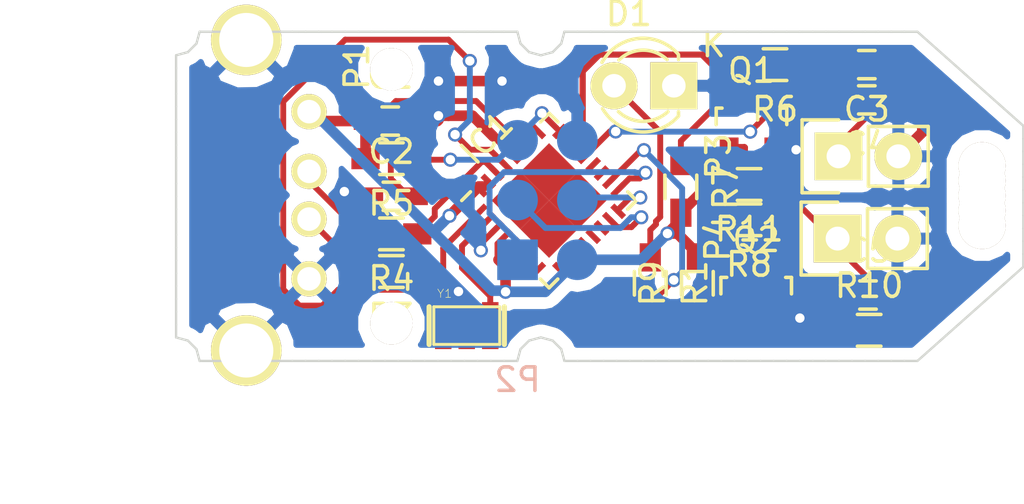
<source format=kicad_pcb>
(kicad_pcb (version 4) (host pcbnew 0.201604142042+6691~44~ubuntu15.10.1-product)

  (general
    (links 51)
    (no_connects 0)
    (area 129.101147 85.353173 165.201018 99.453598)
    (thickness 1.6)
    (drawings 175)
    (tracks 254)
    (zones 0)
    (modules 26)
    (nets 24)
  )

  (page A4)
  (layers
    (0 F.Cu signal)
    (31 B.Cu signal)
    (32 B.Adhes user)
    (33 F.Adhes user)
    (34 B.Paste user)
    (35 F.Paste user)
    (36 B.SilkS user hide)
    (37 F.SilkS user hide)
    (38 B.Mask user)
    (39 F.Mask user)
    (40 Dwgs.User user)
    (41 Cmts.User user)
    (42 Eco1.User user)
    (43 Eco2.User user)
    (44 Edge.Cuts user)
    (45 Margin user)
    (46 B.CrtYd user)
    (47 F.CrtYd user)
    (48 B.Fab user)
    (49 F.Fab user)
  )

  (setup
    (last_trace_width 0.25)
    (trace_clearance 0.2)
    (zone_clearance 0.508)
    (zone_45_only no)
    (trace_min 0.2)
    (segment_width 0.2)
    (edge_width 0.1)
    (via_size 0.6)
    (via_drill 0.4)
    (via_min_size 0.4)
    (via_min_drill 0.3)
    (uvia_size 0.3)
    (uvia_drill 0.1)
    (uvias_allowed no)
    (uvia_min_size 0.2)
    (uvia_min_drill 0.1)
    (pcb_text_width 0.3)
    (pcb_text_size 1.5 1.5)
    (mod_edge_width 0.15)
    (mod_text_size 1 1)
    (mod_text_width 0.15)
    (pad_size 0.5 0.5)
    (pad_drill 0.5)
    (pad_to_mask_clearance 0)
    (aux_axis_origin 129.2 99.4)
    (visible_elements FFFCFF1F)
    (pcbplotparams
      (layerselection 0x00030_ffffffff)
      (usegerberextensions false)
      (excludeedgelayer true)
      (linewidth 0.100000)
      (plotframeref false)
      (viasonmask false)
      (mode 1)
      (useauxorigin false)
      (hpglpennumber 1)
      (hpglpenspeed 20)
      (hpglpendiameter 15)
      (psnegative false)
      (psa4output false)
      (plotreference true)
      (plotvalue true)
      (plotinvisibletext false)
      (padsonsilk false)
      (subtractmaskfromsilk false)
      (outputformat 1)
      (mirror false)
      (drillshape 1)
      (scaleselection 1)
      (outputdirectory ""))
  )

  (net 0 "")
  (net 1 +5V)
  (net 2 GND)
  (net 3 "Net-(C2-Pad2)")
  (net 4 "Net-(C3-Pad2)")
  (net 5 "Net-(C4-Pad1)")
  (net 6 "Net-(C5-Pad1)")
  (net 7 "Net-(C5-Pad2)")
  (net 8 "Net-(D1-Pad2)")
  (net 9 "Net-(IC1-Pad1)")
  (net 10 "Net-(IC1-Pad2)")
  (net 11 SCK)
  (net 12 MOSI)
  (net 13 MISO)
  (net 14 PB4)
  (net 15 PD0)
  (net 16 PC7)
  (net 17 ~RESET)
  (net 18 "Net-(IC1-Pad29)")
  (net 19 "Net-(IC1-Pad30)")
  (net 20 "Net-(P1-Pad3)")
  (net 21 "Net-(P1-Pad2)")
  (net 22 "Net-(Q1-Pad1)")
  (net 23 "Net-(Q2-Pad3)")

  (net_class Default "Dies ist die voreingestellte Netzklasse."
    (clearance 0.2)
    (trace_width 0.25)
    (via_dia 0.6)
    (via_drill 0.4)
    (uvia_dia 0.3)
    (uvia_drill 0.1)
    (add_net MISO)
    (add_net MOSI)
    (add_net "Net-(C2-Pad2)")
    (add_net "Net-(C3-Pad2)")
    (add_net "Net-(C4-Pad1)")
    (add_net "Net-(C5-Pad1)")
    (add_net "Net-(C5-Pad2)")
    (add_net "Net-(D1-Pad2)")
    (add_net "Net-(IC1-Pad1)")
    (add_net "Net-(IC1-Pad2)")
    (add_net "Net-(IC1-Pad29)")
    (add_net "Net-(IC1-Pad30)")
    (add_net "Net-(P1-Pad2)")
    (add_net "Net-(P1-Pad3)")
    (add_net "Net-(Q1-Pad1)")
    (add_net "Net-(Q2-Pad3)")
    (add_net PB4)
    (add_net PC7)
    (add_net PD0)
    (add_net SCK)
    (add_net ~RESET)
  )

  (net_class PWR ""
    (clearance 0.2)
    (trace_width 0.45)
    (via_dia 0.6)
    (via_drill 0.4)
    (uvia_dia 0.3)
    (uvia_drill 0.1)
    (add_net +5V)
    (add_net GND)
  )

  (module Capacitors_SMD:C_0603_HandSoldering (layer F.Cu) (tedit 541A9B4D) (tstamp 56F9A0B3)
    (at 138.25 89.2)
    (descr "Capacitor SMD 0603, hand soldering")
    (tags "capacitor 0603")
    (path /56D7C82F)
    (attr smd)
    (fp_text reference C1 (at 0 -1.9) (layer F.SilkS)
      (effects (font (size 1 1) (thickness 0.15)))
    )
    (fp_text value 0.1uF (at 0 1.9) (layer F.Fab)
      (effects (font (size 1 1) (thickness 0.15)))
    )
    (fp_line (start -1.85 -0.75) (end 1.85 -0.75) (layer F.CrtYd) (width 0.05))
    (fp_line (start -1.85 0.75) (end 1.85 0.75) (layer F.CrtYd) (width 0.05))
    (fp_line (start -1.85 -0.75) (end -1.85 0.75) (layer F.CrtYd) (width 0.05))
    (fp_line (start 1.85 -0.75) (end 1.85 0.75) (layer F.CrtYd) (width 0.05))
    (fp_line (start -0.35 -0.6) (end 0.35 -0.6) (layer F.SilkS) (width 0.15))
    (fp_line (start 0.35 0.6) (end -0.35 0.6) (layer F.SilkS) (width 0.15))
    (pad 1 smd rect (at -0.95 0) (size 1.2 0.75) (layers F.Cu F.Paste F.Mask)
      (net 1 +5V))
    (pad 2 smd rect (at 0.95 0) (size 1.2 0.75) (layers F.Cu F.Paste F.Mask)
      (net 2 GND))
    (model Capacitors_SMD.3dshapes/C_0603_HandSoldering.wrl
      (at (xyz 0 0 0))
      (scale (xyz 1 1 1))
      (rotate (xyz 0 0 0))
    )
  )

  (module Capacitors_SMD:C_0603_HandSoldering (layer F.Cu) (tedit 541A9B4D) (tstamp 56F9A0B9)
    (at 138.3 92.4)
    (descr "Capacitor SMD 0603, hand soldering")
    (tags "capacitor 0603")
    (path /56D77F55)
    (attr smd)
    (fp_text reference C2 (at 0 -1.9) (layer F.SilkS)
      (effects (font (size 1 1) (thickness 0.15)))
    )
    (fp_text value 1uF (at 0 1.9) (layer F.Fab)
      (effects (font (size 1 1) (thickness 0.15)))
    )
    (fp_line (start -1.85 -0.75) (end 1.85 -0.75) (layer F.CrtYd) (width 0.05))
    (fp_line (start -1.85 0.75) (end 1.85 0.75) (layer F.CrtYd) (width 0.05))
    (fp_line (start -1.85 -0.75) (end -1.85 0.75) (layer F.CrtYd) (width 0.05))
    (fp_line (start 1.85 -0.75) (end 1.85 0.75) (layer F.CrtYd) (width 0.05))
    (fp_line (start -0.35 -0.6) (end 0.35 -0.6) (layer F.SilkS) (width 0.15))
    (fp_line (start 0.35 0.6) (end -0.35 0.6) (layer F.SilkS) (width 0.15))
    (pad 1 smd rect (at -0.95 0) (size 1.2 0.75) (layers F.Cu F.Paste F.Mask)
      (net 2 GND))
    (pad 2 smd rect (at 0.95 0) (size 1.2 0.75) (layers F.Cu F.Paste F.Mask)
      (net 3 "Net-(C2-Pad2)"))
    (model Capacitors_SMD.3dshapes/C_0603_HandSoldering.wrl
      (at (xyz 0 0 0))
      (scale (xyz 1 1 1))
      (rotate (xyz 0 0 0))
    )
  )

  (module Capacitors_SMD:C_0603_HandSoldering (layer F.Cu) (tedit 541A9B4D) (tstamp 56F9A0BF)
    (at 158.5 86.8 180)
    (descr "Capacitor SMD 0603, hand soldering")
    (tags "capacitor 0603")
    (path /56D721FF)
    (attr smd)
    (fp_text reference C3 (at 0 -1.9 180) (layer F.SilkS)
      (effects (font (size 1 1) (thickness 0.15)))
    )
    (fp_text value 100nF (at 0 1.9 180) (layer F.Fab)
      (effects (font (size 1 1) (thickness 0.15)))
    )
    (fp_line (start -1.85 -0.75) (end 1.85 -0.75) (layer F.CrtYd) (width 0.05))
    (fp_line (start -1.85 0.75) (end 1.85 0.75) (layer F.CrtYd) (width 0.05))
    (fp_line (start -1.85 -0.75) (end -1.85 0.75) (layer F.CrtYd) (width 0.05))
    (fp_line (start 1.85 -0.75) (end 1.85 0.75) (layer F.CrtYd) (width 0.05))
    (fp_line (start -0.35 -0.6) (end 0.35 -0.6) (layer F.SilkS) (width 0.15))
    (fp_line (start 0.35 0.6) (end -0.35 0.6) (layer F.SilkS) (width 0.15))
    (pad 1 smd rect (at -0.95 0 180) (size 1.2 0.75) (layers F.Cu F.Paste F.Mask)
      (net 2 GND))
    (pad 2 smd rect (at 0.95 0 180) (size 1.2 0.75) (layers F.Cu F.Paste F.Mask)
      (net 4 "Net-(C3-Pad2)"))
    (model Capacitors_SMD.3dshapes/C_0603_HandSoldering.wrl
      (at (xyz 0 0 0))
      (scale (xyz 1 1 1))
      (rotate (xyz 0 0 0))
    )
  )

  (module Capacitors_SMD:C_0603_HandSoldering (layer F.Cu) (tedit 541A9B4D) (tstamp 56F9A0C5)
    (at 158.5 88.3 180)
    (descr "Capacitor SMD 0603, hand soldering")
    (tags "capacitor 0603")
    (path /56D71F0E)
    (attr smd)
    (fp_text reference C4 (at 0 -1.9 180) (layer F.SilkS)
      (effects (font (size 1 1) (thickness 0.15)))
    )
    (fp_text value 10uF (at 0 1.9 180) (layer F.Fab)
      (effects (font (size 1 1) (thickness 0.15)))
    )
    (fp_line (start -1.85 -0.75) (end 1.85 -0.75) (layer F.CrtYd) (width 0.05))
    (fp_line (start -1.85 0.75) (end 1.85 0.75) (layer F.CrtYd) (width 0.05))
    (fp_line (start -1.85 -0.75) (end -1.85 0.75) (layer F.CrtYd) (width 0.05))
    (fp_line (start 1.85 -0.75) (end 1.85 0.75) (layer F.CrtYd) (width 0.05))
    (fp_line (start -0.35 -0.6) (end 0.35 -0.6) (layer F.SilkS) (width 0.15))
    (fp_line (start 0.35 0.6) (end -0.35 0.6) (layer F.SilkS) (width 0.15))
    (pad 1 smd rect (at -0.95 0 180) (size 1.2 0.75) (layers F.Cu F.Paste F.Mask)
      (net 5 "Net-(C4-Pad1)"))
    (pad 2 smd rect (at 0.95 0 180) (size 1.2 0.75) (layers F.Cu F.Paste F.Mask)
      (net 4 "Net-(C3-Pad2)"))
    (model Capacitors_SMD.3dshapes/C_0603_HandSoldering.wrl
      (at (xyz 0 0 0))
      (scale (xyz 1 1 1))
      (rotate (xyz 0 0 0))
    )
  )

  (module Capacitors_SMD:C_0603_HandSoldering (layer F.Cu) (tedit 541A9B4D) (tstamp 56F9A0CB)
    (at 158.55 96.6)
    (descr "Capacitor SMD 0603, hand soldering")
    (tags "capacitor 0603")
    (path /56F1D51C)
    (attr smd)
    (fp_text reference C5 (at 0 -1.9) (layer F.SilkS)
      (effects (font (size 1 1) (thickness 0.15)))
    )
    (fp_text value 0.1uF (at 0 1.9) (layer F.Fab)
      (effects (font (size 1 1) (thickness 0.15)))
    )
    (fp_line (start -1.85 -0.75) (end 1.85 -0.75) (layer F.CrtYd) (width 0.05))
    (fp_line (start -1.85 0.75) (end 1.85 0.75) (layer F.CrtYd) (width 0.05))
    (fp_line (start -1.85 -0.75) (end -1.85 0.75) (layer F.CrtYd) (width 0.05))
    (fp_line (start 1.85 -0.75) (end 1.85 0.75) (layer F.CrtYd) (width 0.05))
    (fp_line (start -0.35 -0.6) (end 0.35 -0.6) (layer F.SilkS) (width 0.15))
    (fp_line (start 0.35 0.6) (end -0.35 0.6) (layer F.SilkS) (width 0.15))
    (pad 1 smd rect (at -0.95 0) (size 1.2 0.75) (layers F.Cu F.Paste F.Mask)
      (net 6 "Net-(C5-Pad1)"))
    (pad 2 smd rect (at 0.95 0) (size 1.2 0.75) (layers F.Cu F.Paste F.Mask)
      (net 7 "Net-(C5-Pad2)"))
    (model Capacitors_SMD.3dshapes/C_0603_HandSoldering.wrl
      (at (xyz 0 0 0))
      (scale (xyz 1 1 1))
      (rotate (xyz 0 0 0))
    )
  )

  (module LEDs:LED-3MM (layer F.Cu) (tedit 559B82F6) (tstamp 56F9A0D1)
    (at 150.3 87.7 180)
    (descr "LED 3mm round vertical")
    (tags "LED  3mm round vertical")
    (path /56F2E8B0)
    (fp_text reference D1 (at 1.91 3.06 180) (layer F.SilkS)
      (effects (font (size 1 1) (thickness 0.15)))
    )
    (fp_text value LED (at 1.3 -2.9 180) (layer F.Fab)
      (effects (font (size 1 1) (thickness 0.15)))
    )
    (fp_line (start -1.2 2.3) (end 3.8 2.3) (layer F.CrtYd) (width 0.05))
    (fp_line (start 3.8 2.3) (end 3.8 -2.2) (layer F.CrtYd) (width 0.05))
    (fp_line (start 3.8 -2.2) (end -1.2 -2.2) (layer F.CrtYd) (width 0.05))
    (fp_line (start -1.2 -2.2) (end -1.2 2.3) (layer F.CrtYd) (width 0.05))
    (fp_line (start -0.199 1.314) (end -0.199 1.114) (layer F.SilkS) (width 0.15))
    (fp_line (start -0.199 -1.28) (end -0.199 -1.1) (layer F.SilkS) (width 0.15))
    (fp_arc (start 1.301 0.034) (end -0.199 -1.286) (angle 108.5) (layer F.SilkS) (width 0.15))
    (fp_arc (start 1.301 0.034) (end 0.25 -1.1) (angle 85.7) (layer F.SilkS) (width 0.15))
    (fp_arc (start 1.311 0.034) (end 3.051 0.994) (angle 110) (layer F.SilkS) (width 0.15))
    (fp_arc (start 1.301 0.034) (end 2.335 1.094) (angle 87.5) (layer F.SilkS) (width 0.15))
    (fp_text user K (at -1.69 1.74 180) (layer F.SilkS)
      (effects (font (size 1 1) (thickness 0.15)))
    )
    (pad 1 thru_hole rect (at 0 0 270) (size 2 2) (drill 1.00076) (layers *.Cu *.Mask F.SilkS)
      (net 2 GND))
    (pad 2 thru_hole circle (at 2.54 0 180) (size 2 2) (drill 1.00076) (layers *.Cu *.Mask F.SilkS)
      (net 8 "Net-(D1-Pad2)"))
    (model LEDs.3dshapes/LED-3MM.wrl
      (at (xyz 0.05 0 0))
      (scale (xyz 1 1 1))
      (rotate (xyz 0 0 90))
    )
  )

  (module Housings_DFN_QFN:QFN-32-1EP_5x5mm_Pitch0.5mm (layer F.Cu) (tedit 54130A77) (tstamp 56F9A0F9)
    (at 145 92.5802 45)
    (descr "UH Package; 32-Lead Plastic QFN (5mm x 5mm); (see Linear Technology QFN_32_05-08-1693.pdf)")
    (tags "QFN 0.5")
    (path /56DBCEF4)
    (attr smd)
    (fp_text reference IC1 (at 0 -3.75 45) (layer F.SilkS)
      (effects (font (size 1 1) (thickness 0.15)))
    )
    (fp_text value ATMEGA16U2 (at 0 3.75 45) (layer F.Fab)
      (effects (font (size 1 1) (thickness 0.15)))
    )
    (fp_line (start -3 -3) (end -3 3) (layer F.CrtYd) (width 0.05))
    (fp_line (start 3 -3) (end 3 3) (layer F.CrtYd) (width 0.05))
    (fp_line (start -3 -3) (end 3 -3) (layer F.CrtYd) (width 0.05))
    (fp_line (start -3 3) (end 3 3) (layer F.CrtYd) (width 0.05))
    (fp_line (start 2.625 -2.625) (end 2.625 -2.1) (layer F.SilkS) (width 0.15))
    (fp_line (start -2.625 2.625) (end -2.625 2.1) (layer F.SilkS) (width 0.15))
    (fp_line (start 2.625 2.625) (end 2.625 2.1) (layer F.SilkS) (width 0.15))
    (fp_line (start -2.625 -2.625) (end -2.1 -2.625) (layer F.SilkS) (width 0.15))
    (fp_line (start -2.625 2.625) (end -2.1 2.625) (layer F.SilkS) (width 0.15))
    (fp_line (start 2.625 2.625) (end 2.1 2.625) (layer F.SilkS) (width 0.15))
    (fp_line (start 2.625 -2.625) (end 2.1 -2.625) (layer F.SilkS) (width 0.15))
    (pad 1 smd rect (at -2.4 -1.75 45) (size 0.7 0.25) (layers F.Cu F.Paste F.Mask)
      (net 9 "Net-(IC1-Pad1)"))
    (pad 2 smd rect (at -2.4 -1.25 45) (size 0.7 0.25) (layers F.Cu F.Paste F.Mask)
      (net 10 "Net-(IC1-Pad2)"))
    (pad 3 smd rect (at -2.4 -0.75 45) (size 0.7 0.25) (layers F.Cu F.Paste F.Mask)
      (net 2 GND))
    (pad 4 smd rect (at -2.4 -0.25 45) (size 0.7 0.25) (layers F.Cu F.Paste F.Mask)
      (net 1 +5V))
    (pad 5 smd rect (at -2.4 0.25 45) (size 0.7 0.25) (layers F.Cu F.Paste F.Mask))
    (pad 6 smd rect (at -2.4 0.75 45) (size 0.7 0.25) (layers F.Cu F.Paste F.Mask))
    (pad 7 smd rect (at -2.4 1.25 45) (size 0.7 0.25) (layers F.Cu F.Paste F.Mask))
    (pad 8 smd rect (at -2.4 1.75 45) (size 0.7 0.25) (layers F.Cu F.Paste F.Mask))
    (pad 9 smd rect (at -1.75 2.4 135) (size 0.7 0.25) (layers F.Cu F.Paste F.Mask))
    (pad 10 smd rect (at -1.25 2.4 135) (size 0.7 0.25) (layers F.Cu F.Paste F.Mask))
    (pad 11 smd rect (at -0.75 2.4 135) (size 0.7 0.25) (layers F.Cu F.Paste F.Mask))
    (pad 12 smd rect (at -0.25 2.4 135) (size 0.7 0.25) (layers F.Cu F.Paste F.Mask))
    (pad 13 smd rect (at 0.25 2.4 135) (size 0.7 0.25) (layers F.Cu F.Paste F.Mask))
    (pad 14 smd rect (at 0.75 2.4 135) (size 0.7 0.25) (layers F.Cu F.Paste F.Mask))
    (pad 15 smd rect (at 1.25 2.4 135) (size 0.7 0.25) (layers F.Cu F.Paste F.Mask)
      (net 11 SCK))
    (pad 16 smd rect (at 1.75 2.4 135) (size 0.7 0.25) (layers F.Cu F.Paste F.Mask)
      (net 12 MOSI))
    (pad 17 smd rect (at 2.4 1.75 45) (size 0.7 0.25) (layers F.Cu F.Paste F.Mask)
      (net 13 MISO))
    (pad 18 smd rect (at 2.4 1.25 45) (size 0.7 0.25) (layers F.Cu F.Paste F.Mask)
      (net 14 PB4))
    (pad 19 smd rect (at 2.4 0.75 45) (size 0.7 0.25) (layers F.Cu F.Paste F.Mask))
    (pad 20 smd rect (at 2.4 0.25 45) (size 0.7 0.25) (layers F.Cu F.Paste F.Mask))
    (pad 21 smd rect (at 2.4 -0.25 45) (size 0.7 0.25) (layers F.Cu F.Paste F.Mask)
      (net 15 PD0))
    (pad 22 smd rect (at 2.4 -0.75 45) (size 0.7 0.25) (layers F.Cu F.Paste F.Mask)
      (net 16 PC7))
    (pad 23 smd rect (at 2.4 -1.25 45) (size 0.7 0.25) (layers F.Cu F.Paste F.Mask))
    (pad 24 smd rect (at 2.4 -1.75 45) (size 0.7 0.25) (layers F.Cu F.Paste F.Mask)
      (net 17 ~RESET))
    (pad 25 smd rect (at 1.75 -2.4 135) (size 0.7 0.25) (layers F.Cu F.Paste F.Mask))
    (pad 26 smd rect (at 1.25 -2.4 135) (size 0.7 0.25) (layers F.Cu F.Paste F.Mask))
    (pad 27 smd rect (at 0.75 -2.4 135) (size 0.7 0.25) (layers F.Cu F.Paste F.Mask)
      (net 3 "Net-(C2-Pad2)"))
    (pad 28 smd rect (at 0.25 -2.4 135) (size 0.7 0.25) (layers F.Cu F.Paste F.Mask)
      (net 2 GND))
    (pad 29 smd rect (at -0.25 -2.4 135) (size 0.7 0.25) (layers F.Cu F.Paste F.Mask)
      (net 18 "Net-(IC1-Pad29)"))
    (pad 30 smd rect (at -0.75 -2.4 135) (size 0.7 0.25) (layers F.Cu F.Paste F.Mask)
      (net 19 "Net-(IC1-Pad30)"))
    (pad 31 smd rect (at -1.25 -2.4 135) (size 0.7 0.25) (layers F.Cu F.Paste F.Mask)
      (net 1 +5V))
    (pad 32 smd rect (at -1.75 -2.4 135) (size 0.7 0.25) (layers F.Cu F.Paste F.Mask)
      (net 1 +5V))
    (pad 33 smd rect (at 0.8625 0.8625 45) (size 1.725 1.725) (layers F.Cu F.Paste F.Mask)
      (solder_paste_margin_ratio -0.2))
    (pad 33 smd rect (at 0.8625 -0.8625 45) (size 1.725 1.725) (layers F.Cu F.Paste F.Mask)
      (solder_paste_margin_ratio -0.2))
    (pad 33 smd rect (at -0.8625 0.8625 45) (size 1.725 1.725) (layers F.Cu F.Paste F.Mask)
      (solder_paste_margin_ratio -0.2))
    (pad 33 smd rect (at -0.8625 -0.8625 45) (size 1.725 1.725) (layers F.Cu F.Paste F.Mask)
      (solder_paste_margin_ratio -0.2))
    (model Housings_DFN_QFN.3dshapes/QFN-32-1EP_5x5mm_Pitch0.5mm.wrl
      (at (xyz 0 0 0))
      (scale (xyz 1 1 1))
      (rotate (xyz 0 0 0))
    )
  )

  (module KaiBader:Pin_Header_SMD_2x03 (layer B.Cu) (tedit 56F0721A) (tstamp 56F9A111)
    (at 143.66 95.1)
    (descr "Through hole pin header")
    (tags "pin header")
    (path /56D61695)
    (fp_text reference P2 (at 0 5.1) (layer B.SilkS)
      (effects (font (size 1 1) (thickness 0.15)) (justify mirror))
    )
    (fp_text value AVR-ISP (at 0 3.1) (layer B.Fab)
      (effects (font (size 1 1) (thickness 0.15)) (justify mirror))
    )
    (fp_line (start -1.75 1.75) (end -1.75 -6.85) (layer B.CrtYd) (width 0.05))
    (fp_line (start 4.3 1.75) (end 4.3 -6.85) (layer B.CrtYd) (width 0.05))
    (fp_line (start -1.75 1.75) (end 4.3 1.75) (layer B.CrtYd) (width 0.05))
    (fp_line (start -1.75 -6.85) (end 4.3 -6.85) (layer B.CrtYd) (width 0.05))
    (pad 1 smd rect (at 0 0) (size 1.7272 1.7272) (layers B.Cu B.Paste B.Mask)
      (net 13 MISO))
    (pad 2 smd oval (at 2.54 0) (size 1.7272 1.7272) (layers B.Cu B.Paste B.Mask)
      (net 1 +5V))
    (pad 3 smd oval (at 0 -2.54) (size 1.7272 1.7272) (layers B.Cu B.Paste B.Mask)
      (net 11 SCK))
    (pad 4 smd oval (at 2.54 -2.54) (size 1.7272 1.7272) (layers B.Cu B.Paste B.Mask)
      (net 12 MOSI))
    (pad 5 smd oval (at 0 -5.08) (size 1.7272 1.7272) (layers B.Cu B.Paste B.Mask)
      (net 17 ~RESET))
    (pad 6 smd oval (at 2.54 -5.08) (size 1.7272 1.7272) (layers B.Cu B.Paste B.Mask)
      (net 2 GND))
  )

  (module Pin_Headers:Pin_Header_Straight_1x02 (layer F.Cu) (tedit 54EA090C) (tstamp 56F9A117)
    (at 157.3 90.7 90)
    (descr "Through hole pin header")
    (tags "pin header")
    (path /56D702CB)
    (fp_text reference P3 (at 0 -5.1 90) (layer F.SilkS)
      (effects (font (size 1 1) (thickness 0.15)))
    )
    (fp_text value OUT (at 0 -3.1 90) (layer F.Fab)
      (effects (font (size 1 1) (thickness 0.15)))
    )
    (fp_line (start 1.27 1.27) (end 1.27 3.81) (layer F.SilkS) (width 0.15))
    (fp_line (start 1.55 -1.55) (end 1.55 0) (layer F.SilkS) (width 0.15))
    (fp_line (start -1.75 -1.75) (end -1.75 4.3) (layer F.CrtYd) (width 0.05))
    (fp_line (start 1.75 -1.75) (end 1.75 4.3) (layer F.CrtYd) (width 0.05))
    (fp_line (start -1.75 -1.75) (end 1.75 -1.75) (layer F.CrtYd) (width 0.05))
    (fp_line (start -1.75 4.3) (end 1.75 4.3) (layer F.CrtYd) (width 0.05))
    (fp_line (start 1.27 1.27) (end -1.27 1.27) (layer F.SilkS) (width 0.15))
    (fp_line (start -1.55 0) (end -1.55 -1.55) (layer F.SilkS) (width 0.15))
    (fp_line (start -1.55 -1.55) (end 1.55 -1.55) (layer F.SilkS) (width 0.15))
    (fp_line (start -1.27 1.27) (end -1.27 3.81) (layer F.SilkS) (width 0.15))
    (fp_line (start -1.27 3.81) (end 1.27 3.81) (layer F.SilkS) (width 0.15))
    (pad 1 thru_hole rect (at 0 0 90) (size 2.032 2.032) (drill 1.016) (layers *.Cu *.Mask F.SilkS)
      (net 5 "Net-(C4-Pad1)"))
    (pad 2 thru_hole oval (at 0 2.54 90) (size 2.032 2.032) (drill 1.016) (layers *.Cu *.Mask F.SilkS)
      (net 2 GND))
  )

  (module Pin_Headers:Pin_Header_Straight_1x02 (layer F.Cu) (tedit 54EA090C) (tstamp 56F9A11D)
    (at 157.26 94.2 90)
    (descr "Through hole pin header")
    (tags "pin header")
    (path /56F1EC43)
    (fp_text reference P4 (at 0 -5.1 90) (layer F.SilkS)
      (effects (font (size 1 1) (thickness 0.15)))
    )
    (fp_text value EAR (at 0 -3.1 90) (layer F.Fab)
      (effects (font (size 1 1) (thickness 0.15)))
    )
    (fp_line (start 1.27 1.27) (end 1.27 3.81) (layer F.SilkS) (width 0.15))
    (fp_line (start 1.55 -1.55) (end 1.55 0) (layer F.SilkS) (width 0.15))
    (fp_line (start -1.75 -1.75) (end -1.75 4.3) (layer F.CrtYd) (width 0.05))
    (fp_line (start 1.75 -1.75) (end 1.75 4.3) (layer F.CrtYd) (width 0.05))
    (fp_line (start -1.75 -1.75) (end 1.75 -1.75) (layer F.CrtYd) (width 0.05))
    (fp_line (start -1.75 4.3) (end 1.75 4.3) (layer F.CrtYd) (width 0.05))
    (fp_line (start 1.27 1.27) (end -1.27 1.27) (layer F.SilkS) (width 0.15))
    (fp_line (start -1.55 0) (end -1.55 -1.55) (layer F.SilkS) (width 0.15))
    (fp_line (start -1.55 -1.55) (end 1.55 -1.55) (layer F.SilkS) (width 0.15))
    (fp_line (start -1.27 1.27) (end -1.27 3.81) (layer F.SilkS) (width 0.15))
    (fp_line (start -1.27 3.81) (end 1.27 3.81) (layer F.SilkS) (width 0.15))
    (pad 1 thru_hole rect (at 0 0 90) (size 2.032 2.032) (drill 1.016) (layers *.Cu *.Mask F.SilkS)
      (net 7 "Net-(C5-Pad2)"))
    (pad 2 thru_hole oval (at 0 2.54 90) (size 2.032 2.032) (drill 1.016) (layers *.Cu *.Mask F.SilkS)
      (net 2 GND))
  )

  (module TO_SOT_Packages_SMD:SOT-23 (layer F.Cu) (tedit 553634F8) (tstamp 56F9A124)
    (at 153.6 89.3)
    (descr "SOT-23, Standard")
    (tags SOT-23)
    (path /56F2409F)
    (attr smd)
    (fp_text reference Q1 (at 0 -2.25) (layer F.SilkS)
      (effects (font (size 1 1) (thickness 0.15)))
    )
    (fp_text value BC849 (at 0 2.3) (layer F.Fab)
      (effects (font (size 1 1) (thickness 0.15)))
    )
    (fp_line (start -1.65 -1.6) (end 1.65 -1.6) (layer F.CrtYd) (width 0.05))
    (fp_line (start 1.65 -1.6) (end 1.65 1.6) (layer F.CrtYd) (width 0.05))
    (fp_line (start 1.65 1.6) (end -1.65 1.6) (layer F.CrtYd) (width 0.05))
    (fp_line (start -1.65 1.6) (end -1.65 -1.6) (layer F.CrtYd) (width 0.05))
    (fp_line (start 1.29916 -0.65024) (end 1.2509 -0.65024) (layer F.SilkS) (width 0.15))
    (fp_line (start -1.49982 0.0508) (end -1.49982 -0.65024) (layer F.SilkS) (width 0.15))
    (fp_line (start -1.49982 -0.65024) (end -1.2509 -0.65024) (layer F.SilkS) (width 0.15))
    (fp_line (start 1.29916 -0.65024) (end 1.49982 -0.65024) (layer F.SilkS) (width 0.15))
    (fp_line (start 1.49982 -0.65024) (end 1.49982 0.0508) (layer F.SilkS) (width 0.15))
    (pad 1 smd rect (at -0.95 1.00076) (size 0.8001 0.8001) (layers F.Cu F.Paste F.Mask)
      (net 22 "Net-(Q1-Pad1)"))
    (pad 2 smd rect (at 0.95 1.00076) (size 0.8001 0.8001) (layers F.Cu F.Paste F.Mask)
      (net 2 GND))
    (pad 3 smd rect (at 0 -0.99822) (size 0.8001 0.8001) (layers F.Cu F.Paste F.Mask)
      (net 16 PC7))
    (model TO_SOT_Packages_SMD.3dshapes/SOT-23.wrl
      (at (xyz 0 0 0))
      (scale (xyz 1 1 1))
      (rotate (xyz 0 0 0))
    )
  )

  (module TO_SOT_Packages_SMD:SOT-23 (layer F.Cu) (tedit 553634F8) (tstamp 56F9A12B)
    (at 153.8 96.5)
    (descr "SOT-23, Standard")
    (tags SOT-23)
    (path /56F23F5C)
    (attr smd)
    (fp_text reference Q2 (at 0 -2.25) (layer F.SilkS)
      (effects (font (size 1 1) (thickness 0.15)))
    )
    (fp_text value BC849 (at 0 2.3) (layer F.Fab)
      (effects (font (size 1 1) (thickness 0.15)))
    )
    (fp_line (start -1.65 -1.6) (end 1.65 -1.6) (layer F.CrtYd) (width 0.05))
    (fp_line (start 1.65 -1.6) (end 1.65 1.6) (layer F.CrtYd) (width 0.05))
    (fp_line (start 1.65 1.6) (end -1.65 1.6) (layer F.CrtYd) (width 0.05))
    (fp_line (start -1.65 1.6) (end -1.65 -1.6) (layer F.CrtYd) (width 0.05))
    (fp_line (start 1.29916 -0.65024) (end 1.2509 -0.65024) (layer F.SilkS) (width 0.15))
    (fp_line (start -1.49982 0.0508) (end -1.49982 -0.65024) (layer F.SilkS) (width 0.15))
    (fp_line (start -1.49982 -0.65024) (end -1.2509 -0.65024) (layer F.SilkS) (width 0.15))
    (fp_line (start 1.29916 -0.65024) (end 1.49982 -0.65024) (layer F.SilkS) (width 0.15))
    (fp_line (start 1.49982 -0.65024) (end 1.49982 0.0508) (layer F.SilkS) (width 0.15))
    (pad 1 smd rect (at -0.95 1.00076) (size 0.8001 0.8001) (layers F.Cu F.Paste F.Mask)
      (net 6 "Net-(C5-Pad1)"))
    (pad 2 smd rect (at 0.95 1.00076) (size 0.8001 0.8001) (layers F.Cu F.Paste F.Mask)
      (net 2 GND))
    (pad 3 smd rect (at 0 -0.99822) (size 0.8001 0.8001) (layers F.Cu F.Paste F.Mask)
      (net 23 "Net-(Q2-Pad3)"))
    (model TO_SOT_Packages_SMD.3dshapes/SOT-23.wrl
      (at (xyz 0 0 0))
      (scale (xyz 1 1 1))
      (rotate (xyz 0 0 0))
    )
  )

  (module Resistors_SMD:R_0603_HandSoldering (layer F.Cu) (tedit 5418A00F) (tstamp 56F9A131)
    (at 149.3 96.1 270)
    (descr "Resistor SMD 0603, hand soldering")
    (tags "resistor 0603")
    (path /56F2E8B6)
    (attr smd)
    (fp_text reference R1 (at 0 -1.9 270) (layer F.SilkS)
      (effects (font (size 1 1) (thickness 0.15)))
    )
    (fp_text value 470 (at 0 1.9 270) (layer F.Fab)
      (effects (font (size 1 1) (thickness 0.15)))
    )
    (fp_line (start -2 -0.8) (end 2 -0.8) (layer F.CrtYd) (width 0.05))
    (fp_line (start -2 0.8) (end 2 0.8) (layer F.CrtYd) (width 0.05))
    (fp_line (start -2 -0.8) (end -2 0.8) (layer F.CrtYd) (width 0.05))
    (fp_line (start 2 -0.8) (end 2 0.8) (layer F.CrtYd) (width 0.05))
    (fp_line (start 0.5 0.675) (end -0.5 0.675) (layer F.SilkS) (width 0.15))
    (fp_line (start -0.5 -0.675) (end 0.5 -0.675) (layer F.SilkS) (width 0.15))
    (pad 1 smd rect (at -1.1 0 270) (size 1.2 0.9) (layers F.Cu F.Paste F.Mask)
      (net 8 "Net-(D1-Pad2)"))
    (pad 2 smd rect (at 1.1 0 270) (size 1.2 0.9) (layers F.Cu F.Paste F.Mask)
      (net 14 PB4))
    (model Resistors_SMD.3dshapes/R_0603_HandSoldering.wrl
      (at (xyz 0 0 0))
      (scale (xyz 1 1 1))
      (rotate (xyz 0 0 0))
    )
  )

  (module Resistors_SMD:R_0603_HandSoldering (layer F.Cu) (tedit 5418A00F) (tstamp 56F9A137)
    (at 138.3 95.6 180)
    (descr "Resistor SMD 0603, hand soldering")
    (tags "resistor 0603")
    (path /56D77681)
    (attr smd)
    (fp_text reference R3 (at 0 -1.9 180) (layer F.SilkS)
      (effects (font (size 1 1) (thickness 0.15)))
    )
    (fp_text value 22 (at 0 1.9 180) (layer F.Fab)
      (effects (font (size 1 1) (thickness 0.15)))
    )
    (fp_line (start -2 -0.8) (end 2 -0.8) (layer F.CrtYd) (width 0.05))
    (fp_line (start -2 0.8) (end 2 0.8) (layer F.CrtYd) (width 0.05))
    (fp_line (start -2 -0.8) (end -2 0.8) (layer F.CrtYd) (width 0.05))
    (fp_line (start 2 -0.8) (end 2 0.8) (layer F.CrtYd) (width 0.05))
    (fp_line (start 0.5 0.675) (end -0.5 0.675) (layer F.SilkS) (width 0.15))
    (fp_line (start -0.5 -0.675) (end 0.5 -0.675) (layer F.SilkS) (width 0.15))
    (pad 1 smd rect (at -1.1 0 180) (size 1.2 0.9) (layers F.Cu F.Paste F.Mask)
      (net 18 "Net-(IC1-Pad29)"))
    (pad 2 smd rect (at 1.1 0 180) (size 1.2 0.9) (layers F.Cu F.Paste F.Mask)
      (net 20 "Net-(P1-Pad3)"))
    (model Resistors_SMD.3dshapes/R_0603_HandSoldering.wrl
      (at (xyz 0 0 0))
      (scale (xyz 1 1 1))
      (rotate (xyz 0 0 0))
    )
  )

  (module Resistors_SMD:R_0603_HandSoldering (layer F.Cu) (tedit 5418A00F) (tstamp 56F9A13D)
    (at 138.3 94 180)
    (descr "Resistor SMD 0603, hand soldering")
    (tags "resistor 0603")
    (path /56D7773C)
    (attr smd)
    (fp_text reference R4 (at 0 -1.9 180) (layer F.SilkS)
      (effects (font (size 1 1) (thickness 0.15)))
    )
    (fp_text value 22 (at 0 1.9 180) (layer F.Fab)
      (effects (font (size 1 1) (thickness 0.15)))
    )
    (fp_line (start -2 -0.8) (end 2 -0.8) (layer F.CrtYd) (width 0.05))
    (fp_line (start -2 0.8) (end 2 0.8) (layer F.CrtYd) (width 0.05))
    (fp_line (start -2 -0.8) (end -2 0.8) (layer F.CrtYd) (width 0.05))
    (fp_line (start 2 -0.8) (end 2 0.8) (layer F.CrtYd) (width 0.05))
    (fp_line (start 0.5 0.675) (end -0.5 0.675) (layer F.SilkS) (width 0.15))
    (fp_line (start -0.5 -0.675) (end 0.5 -0.675) (layer F.SilkS) (width 0.15))
    (pad 1 smd rect (at -1.1 0 180) (size 1.2 0.9) (layers F.Cu F.Paste F.Mask)
      (net 19 "Net-(IC1-Pad30)"))
    (pad 2 smd rect (at 1.1 0 180) (size 1.2 0.9) (layers F.Cu F.Paste F.Mask)
      (net 21 "Net-(P1-Pad2)"))
    (model Resistors_SMD.3dshapes/R_0603_HandSoldering.wrl
      (at (xyz 0 0 0))
      (scale (xyz 1 1 1))
      (rotate (xyz 0 0 0))
    )
  )

  (module Resistors_SMD:R_0603_HandSoldering (layer F.Cu) (tedit 5418A00F) (tstamp 56F9A143)
    (at 138.3 90.8 180)
    (descr "Resistor SMD 0603, hand soldering")
    (tags "resistor 0603")
    (path /56D7B544)
    (attr smd)
    (fp_text reference R5 (at 0 -1.9 180) (layer F.SilkS)
      (effects (font (size 1 1) (thickness 0.15)))
    )
    (fp_text value 10k (at 0 1.9 180) (layer F.Fab)
      (effects (font (size 1 1) (thickness 0.15)))
    )
    (fp_line (start -2 -0.8) (end 2 -0.8) (layer F.CrtYd) (width 0.05))
    (fp_line (start -2 0.8) (end 2 0.8) (layer F.CrtYd) (width 0.05))
    (fp_line (start -2 -0.8) (end -2 0.8) (layer F.CrtYd) (width 0.05))
    (fp_line (start 2 -0.8) (end 2 0.8) (layer F.CrtYd) (width 0.05))
    (fp_line (start 0.5 0.675) (end -0.5 0.675) (layer F.SilkS) (width 0.15))
    (fp_line (start -0.5 -0.675) (end 0.5 -0.675) (layer F.SilkS) (width 0.15))
    (pad 1 smd rect (at -1.1 0 180) (size 1.2 0.9) (layers F.Cu F.Paste F.Mask)
      (net 17 ~RESET))
    (pad 2 smd rect (at 1.1 0 180) (size 1.2 0.9) (layers F.Cu F.Paste F.Mask)
      (net 1 +5V))
    (model Resistors_SMD.3dshapes/R_0603_HandSoldering.wrl
      (at (xyz 0 0 0))
      (scale (xyz 1 1 1))
      (rotate (xyz 0 0 0))
    )
  )

  (module Resistors_SMD:R_0603_HandSoldering (layer F.Cu) (tedit 5418A00F) (tstamp 56F9A149)
    (at 154.6 86.8 180)
    (descr "Resistor SMD 0603, hand soldering")
    (tags "resistor 0603")
    (path /56D71B97)
    (attr smd)
    (fp_text reference R6 (at 0 -1.9 180) (layer F.SilkS)
      (effects (font (size 1 1) (thickness 0.15)))
    )
    (fp_text value 1.8k (at 0 1.9 180) (layer F.Fab)
      (effects (font (size 1 1) (thickness 0.15)))
    )
    (fp_line (start -2 -0.8) (end 2 -0.8) (layer F.CrtYd) (width 0.05))
    (fp_line (start -2 0.8) (end 2 0.8) (layer F.CrtYd) (width 0.05))
    (fp_line (start -2 -0.8) (end -2 0.8) (layer F.CrtYd) (width 0.05))
    (fp_line (start 2 -0.8) (end 2 0.8) (layer F.CrtYd) (width 0.05))
    (fp_line (start 0.5 0.675) (end -0.5 0.675) (layer F.SilkS) (width 0.15))
    (fp_line (start -0.5 -0.675) (end 0.5 -0.675) (layer F.SilkS) (width 0.15))
    (pad 1 smd rect (at -1.1 0 180) (size 1.2 0.9) (layers F.Cu F.Paste F.Mask)
      (net 4 "Net-(C3-Pad2)"))
    (pad 2 smd rect (at 1.1 0 180) (size 1.2 0.9) (layers F.Cu F.Paste F.Mask)
      (net 15 PD0))
    (model Resistors_SMD.3dshapes/R_0603_HandSoldering.wrl
      (at (xyz 0 0 0))
      (scale (xyz 1 1 1))
      (rotate (xyz 0 0 0))
    )
  )

  (module Resistors_SMD:R_0603_HandSoldering (layer F.Cu) (tedit 5418A00F) (tstamp 56F9A14F)
    (at 150.6 92 270)
    (descr "Resistor SMD 0603, hand soldering")
    (tags "resistor 0603")
    (path /56F1D3A0)
    (attr smd)
    (fp_text reference R7 (at 0 -1.9 270) (layer F.SilkS)
      (effects (font (size 1 1) (thickness 0.15)))
    )
    (fp_text value R (at 0 1.9 270) (layer F.Fab)
      (effects (font (size 1 1) (thickness 0.15)))
    )
    (fp_line (start -2 -0.8) (end 2 -0.8) (layer F.CrtYd) (width 0.05))
    (fp_line (start -2 0.8) (end 2 0.8) (layer F.CrtYd) (width 0.05))
    (fp_line (start -2 -0.8) (end -2 0.8) (layer F.CrtYd) (width 0.05))
    (fp_line (start 2 -0.8) (end 2 0.8) (layer F.CrtYd) (width 0.05))
    (fp_line (start 0.5 0.675) (end -0.5 0.675) (layer F.SilkS) (width 0.15))
    (fp_line (start -0.5 -0.675) (end 0.5 -0.675) (layer F.SilkS) (width 0.15))
    (pad 1 smd rect (at -1.1 0 270) (size 1.2 0.9) (layers F.Cu F.Paste F.Mask)
      (net 16 PC7))
    (pad 2 smd rect (at 1.1 0 270) (size 1.2 0.9) (layers F.Cu F.Paste F.Mask)
      (net 1 +5V))
    (model Resistors_SMD.3dshapes/R_0603_HandSoldering.wrl
      (at (xyz 0 0 0))
      (scale (xyz 1 1 1))
      (rotate (xyz 0 0 0))
    )
  )

  (module Resistors_SMD:R_0603_HandSoldering (layer F.Cu) (tedit 5418A00F) (tstamp 56F9A155)
    (at 153.5 93.4 180)
    (descr "Resistor SMD 0603, hand soldering")
    (tags "resistor 0603")
    (path /56F1CFFC)
    (attr smd)
    (fp_text reference R8 (at 0 -1.9 180) (layer F.SilkS)
      (effects (font (size 1 1) (thickness 0.15)))
    )
    (fp_text value R (at 0 1.9 180) (layer F.Fab)
      (effects (font (size 1 1) (thickness 0.15)))
    )
    (fp_line (start -2 -0.8) (end 2 -0.8) (layer F.CrtYd) (width 0.05))
    (fp_line (start -2 0.8) (end 2 0.8) (layer F.CrtYd) (width 0.05))
    (fp_line (start -2 -0.8) (end -2 0.8) (layer F.CrtYd) (width 0.05))
    (fp_line (start 2 -0.8) (end 2 0.8) (layer F.CrtYd) (width 0.05))
    (fp_line (start 0.5 0.675) (end -0.5 0.675) (layer F.SilkS) (width 0.15))
    (fp_line (start -0.5 -0.675) (end 0.5 -0.675) (layer F.SilkS) (width 0.15))
    (pad 1 smd rect (at -1.1 0 180) (size 1.2 0.9) (layers F.Cu F.Paste F.Mask)
      (net 22 "Net-(Q1-Pad1)"))
    (pad 2 smd rect (at 1.1 0 180) (size 1.2 0.9) (layers F.Cu F.Paste F.Mask)
      (net 23 "Net-(Q2-Pad3)"))
    (model Resistors_SMD.3dshapes/R_0603_HandSoldering.wrl
      (at (xyz 0 0 0))
      (scale (xyz 1 1 1))
      (rotate (xyz 0 0 0))
    )
  )

  (module Resistors_SMD:R_0603_HandSoldering (layer F.Cu) (tedit 5418A00F) (tstamp 56F9A15B)
    (at 151.3 96.1 90)
    (descr "Resistor SMD 0603, hand soldering")
    (tags "resistor 0603")
    (path /56F1D1D4)
    (attr smd)
    (fp_text reference R9 (at 0 -1.9 90) (layer F.SilkS)
      (effects (font (size 1 1) (thickness 0.15)))
    )
    (fp_text value R (at 0 1.9 90) (layer F.Fab)
      (effects (font (size 1 1) (thickness 0.15)))
    )
    (fp_line (start -2 -0.8) (end 2 -0.8) (layer F.CrtYd) (width 0.05))
    (fp_line (start -2 0.8) (end 2 0.8) (layer F.CrtYd) (width 0.05))
    (fp_line (start -2 -0.8) (end -2 0.8) (layer F.CrtYd) (width 0.05))
    (fp_line (start 2 -0.8) (end 2 0.8) (layer F.CrtYd) (width 0.05))
    (fp_line (start 0.5 0.675) (end -0.5 0.675) (layer F.SilkS) (width 0.15))
    (fp_line (start -0.5 -0.675) (end 0.5 -0.675) (layer F.SilkS) (width 0.15))
    (pad 1 smd rect (at -1.1 0 90) (size 1.2 0.9) (layers F.Cu F.Paste F.Mask)
      (net 23 "Net-(Q2-Pad3)"))
    (pad 2 smd rect (at 1.1 0 90) (size 1.2 0.9) (layers F.Cu F.Paste F.Mask)
      (net 1 +5V))
    (model Resistors_SMD.3dshapes/R_0603_HandSoldering.wrl
      (at (xyz 0 0 0))
      (scale (xyz 1 1 1))
      (rotate (xyz 0 0 0))
    )
  )

  (module Resistors_SMD:R_0603_HandSoldering (layer F.Cu) (tedit 5418A00F) (tstamp 56F9A161)
    (at 158.6 98.1)
    (descr "Resistor SMD 0603, hand soldering")
    (tags "resistor 0603")
    (path /56F1D15A)
    (attr smd)
    (fp_text reference R10 (at 0 -1.9) (layer F.SilkS)
      (effects (font (size 1 1) (thickness 0.15)))
    )
    (fp_text value R (at 0 1.9) (layer F.Fab)
      (effects (font (size 1 1) (thickness 0.15)))
    )
    (fp_line (start -2 -0.8) (end 2 -0.8) (layer F.CrtYd) (width 0.05))
    (fp_line (start -2 0.8) (end 2 0.8) (layer F.CrtYd) (width 0.05))
    (fp_line (start -2 -0.8) (end -2 0.8) (layer F.CrtYd) (width 0.05))
    (fp_line (start 2 -0.8) (end 2 0.8) (layer F.CrtYd) (width 0.05))
    (fp_line (start 0.5 0.675) (end -0.5 0.675) (layer F.SilkS) (width 0.15))
    (fp_line (start -0.5 -0.675) (end 0.5 -0.675) (layer F.SilkS) (width 0.15))
    (pad 1 smd rect (at -1.1 0) (size 1.2 0.9) (layers F.Cu F.Paste F.Mask)
      (net 23 "Net-(Q2-Pad3)"))
    (pad 2 smd rect (at 1.1 0) (size 1.2 0.9) (layers F.Cu F.Paste F.Mask)
      (net 6 "Net-(C5-Pad1)"))
    (model Resistors_SMD.3dshapes/R_0603_HandSoldering.wrl
      (at (xyz 0 0 0))
      (scale (xyz 1 1 1))
      (rotate (xyz 0 0 0))
    )
  )

  (module Resistors_SMD:R_0603_HandSoldering (layer F.Cu) (tedit 5418A00F) (tstamp 56F9A167)
    (at 153.5 91.9 180)
    (descr "Resistor SMD 0603, hand soldering")
    (tags "resistor 0603")
    (path /56F1D42E)
    (attr smd)
    (fp_text reference R11 (at 0 -1.9 180) (layer F.SilkS)
      (effects (font (size 1 1) (thickness 0.15)))
    )
    (fp_text value R (at 0 1.9 180) (layer F.Fab)
      (effects (font (size 1 1) (thickness 0.15)))
    )
    (fp_line (start -2 -0.8) (end 2 -0.8) (layer F.CrtYd) (width 0.05))
    (fp_line (start -2 0.8) (end 2 0.8) (layer F.CrtYd) (width 0.05))
    (fp_line (start -2 -0.8) (end -2 0.8) (layer F.CrtYd) (width 0.05))
    (fp_line (start 2 -0.8) (end 2 0.8) (layer F.CrtYd) (width 0.05))
    (fp_line (start 0.5 0.675) (end -0.5 0.675) (layer F.SilkS) (width 0.15))
    (fp_line (start -0.5 -0.675) (end 0.5 -0.675) (layer F.SilkS) (width 0.15))
    (pad 1 smd rect (at -1.1 0 180) (size 1.2 0.9) (layers F.Cu F.Paste F.Mask)
      (net 7 "Net-(C5-Pad2)"))
    (pad 2 smd rect (at 1.1 0 180) (size 1.2 0.9) (layers F.Cu F.Paste F.Mask)
      (net 1 +5V))
    (model Resistors_SMD.3dshapes/R_0603_HandSoldering.wrl
      (at (xyz 0 0 0))
      (scale (xyz 1 1 1))
      (rotate (xyz 0 0 0))
    )
  )

  (module KaiBader:CSTCE16M0V53 (layer F.Cu) (tedit 56DB3FD6) (tstamp 56F9A188)
    (at 140.052 99.5866)
    (descr "CSTCE16M0V53 CERAMIC RESONATOR (CERALOCK) 16 MHZ CHIP TYPE")
    (tags "CSTCE16M0V53 CERAMIC RESONATOR (CERALOCK) 16 MHZ CHIP TYPE")
    (path /56DB6EB4)
    (attr smd)
    (fp_text reference Y1 (at 0.508 -3.048) (layer F.SilkS)
      (effects (font (size 0.3556 0.3556) (thickness 0.0254)))
    )
    (fp_text value CSTCE16M0V53MU (at 1.651 -0.254) (layer F.Fab)
      (effects (font (size 0.3556 0.3556) (thickness 0.0254)))
    )
    (fp_line (start 0.04826 -2.48666) (end 2.84988 -2.48666) (layer F.SilkS) (width 0.127))
    (fp_line (start 2.84988 -2.48666) (end 2.84988 -0.88646) (layer F.SilkS) (width 0.127))
    (fp_line (start 2.84988 -0.88646) (end 0.04826 -0.88646) (layer F.SilkS) (width 0.127))
    (fp_line (start 0.04826 -0.88646) (end 0.04826 -2.48666) (layer F.SilkS) (width 0.127))
    (fp_line (start -0.14986 -2.48666) (end -0.14986 -0.88646) (layer F.SilkS) (width 0.21844))
    (fp_line (start 3.048 -2.48666) (end 3.048 -0.88646) (layer F.SilkS) (width 0.21844))
    (pad 1 smd rect (at 0.44958 -1.68656 90) (size 1.99898 0.6985) (layers F.Cu F.Paste F.Mask)
      (net 9 "Net-(IC1-Pad1)"))
    (pad 2 smd rect (at 1.4478 -1.68656 90) (size 1.99898 0.6985) (layers F.Cu F.Paste F.Mask)
      (net 2 GND))
    (pad 3 smd rect (at 2.44856 -1.68656 90) (size 1.99898 0.6985) (layers F.Cu F.Paste F.Mask)
      (net 10 "Net-(IC1-Pad2)"))
  )

  (module KaiBader:USB_A_MALE (layer F.Cu) (tedit 56FD84A1) (tstamp 56FC1F5E)
    (at 134.8 88.8 270)
    (descr "USB A connector")
    (tags "USB USB_A")
    (path /56D61110)
    (fp_text reference P1 (at -1.905 -2.032 270) (layer F.SilkS)
      (effects (font (size 1 1) (thickness 0.15)))
    )
    (fp_text value USB_A (at 3.556 2.667 270) (layer F.Fab)
      (effects (font (size 1 1) (thickness 0.15)))
    )
    (fp_line (start -4.064 13.081) (end 11.176 13.081) (layer F.CrtYd) (width 0.1))
    (fp_line (start 11.176 13.081) (end 11.176 -1.27) (layer F.CrtYd) (width 0.1))
    (fp_line (start 11.176 -1.27) (end -4.064 -1.27) (layer F.CrtYd) (width 0.1))
    (fp_line (start -4.064 -1.27) (end -4.064 13.081) (layer F.CrtYd) (width 0.1))
    (pad 4 thru_hole circle (at 7.112 0 180) (size 1.5 1.5) (drill 1) (layers *.Cu *.Mask F.SilkS)
      (net 2 GND))
    (pad 3 thru_hole circle (at 4.572 0 180) (size 1.5 1.5) (drill 1) (layers *.Cu *.Mask F.SilkS)
      (net 20 "Net-(P1-Pad3)"))
    (pad 2 thru_hole circle (at 2.54 0 180) (size 1.5 1.5) (drill 1) (layers *.Cu *.Mask F.SilkS)
      (net 21 "Net-(P1-Pad2)"))
    (pad 1 thru_hole circle (at 0 0 180) (size 1.5 1.5) (drill 1) (layers *.Cu *.Mask F.SilkS)
      (net 1 +5V))
    (pad 5 thru_hole circle (at 10.16 2.667 180) (size 3 3) (drill 2.3) (layers *.Cu *.Mask F.SilkS)
      (net 2 GND))
    (pad 5 thru_hole circle (at -3.048 2.667 180) (size 3 3) (drill 2.3) (layers *.Cu *.Mask F.SilkS)
      (net 2 GND))
    (model Connect.3dshapes/USB_A.wrl
      (at (xyz 0.14 0 0))
      (scale (xyz 1 1 1))
      (rotate (xyz 0 0 90))
    )
  )

  (module KaiBader:AK-S-27_Mount (layer F.Cu) (tedit 5702DF89) (tstamp 570DB9FB)
    (at 129.2 99.4)
    (fp_text reference Ref** (at 2.5 4) (layer F.Fab) hide
      (effects (font (size 1 1) (thickness 0.15)))
    )
    (fp_text value "AK-S-27 Mount" (at 6.75 5.25) (layer F.Fab)
      (effects (font (size 1 1) (thickness 0.15)))
    )
    (pad "" thru_hole circle (at 9.1 -12.4) (size 1.8 1.8) (drill 1.8) (layers *.Cu *.Mask F.SilkS))
    (pad "" thru_hole circle (at 9.1 -1.6) (size 1.8 1.8) (drill 1.8) (layers *.Cu *.Mask F.SilkS))
  )

  (module KaiBader:Strain_Relief (layer F.Cu) (tedit 5702E25F) (tstamp 571879D2)
    (at 163.4 91.1)
    (descr "Strain Relief")
    (tags "strain relief")
    (fp_text reference REF** (at 0.2794 -2.54) (layer F.SilkS) hide
      (effects (font (size 1 1) (thickness 0.15)))
    )
    (fp_text value Strain_Relief (at 2.921 5.207) (layer F.Fab) hide
      (effects (font (size 1 1) (thickness 0.15)))
    )
    (fp_line (start -1.75 -1.75) (end -1.75 4.3) (layer F.CrtYd) (width 0.05))
    (fp_line (start 1.75 -1.75) (end 1.75 4.3) (layer F.CrtYd) (width 0.05))
    (fp_line (start -1.75 -1.75) (end 1.75 -1.75) (layer F.CrtYd) (width 0.05))
    (fp_line (start -1.75 4.3) (end 1.75 4.3) (layer F.CrtYd) (width 0.05))
    (pad "" thru_hole circle (at 0 0) (size 2 2) (drill 2) (layers *.Cu *.Mask F.SilkS))
    (pad "" thru_hole circle (at 0 2.54) (size 2 2) (drill 2) (layers *.Cu *.Mask F.SilkS))
    (pad "" thru_hole circle (at 0 0.635) (size 2 2) (drill 2) (layers *.Cu *.Mask F.SilkS))
    (pad "" thru_hole circle (at 0 1.905) (size 2 2) (drill 2) (layers *.Cu *.Mask F.SilkS))
    (pad "" thru_hole circle (at 0 1.27) (size 2 2) (drill 2) (layers *.Cu *.Mask F.SilkS))
  )

  (gr_line (start 130.713485 85.403192) (end 130.151052 85.403174) (layer Edge.Cuts) (width 0.1))
  (gr_line (start 131.27623 85.403209) (end 130.713485 85.403192) (layer Edge.Cuts) (width 0.1))
  (gr_line (start 131.838651 85.403227) (end 131.27623 85.403209) (layer Edge.Cuts) (width 0.1))
  (gr_line (start 132.401208 85.403244) (end 131.838651 85.403227) (layer Edge.Cuts) (width 0.1))
  (gr_line (start 132.963661 85.403262) (end 132.401208 85.403244) (layer Edge.Cuts) (width 0.1))
  (gr_line (start 133.526088 85.40328) (end 132.963661 85.403262) (layer Edge.Cuts) (width 0.1))
  (gr_line (start 134.088487 85.403297) (end 133.526088 85.40328) (layer Edge.Cuts) (width 0.1))
  (gr_line (start 134.65105 85.403315) (end 134.088487 85.403297) (layer Edge.Cuts) (width 0.1))
  (gr_line (start 135.21358 85.403333) (end 134.65105 85.403315) (layer Edge.Cuts) (width 0.1))
  (gr_line (start 135.775923 85.40335) (end 135.21358 85.403333) (layer Edge.Cuts) (width 0.1))
  (gr_line (start 136.338501 85.403368) (end 135.775923 85.40335) (layer Edge.Cuts) (width 0.1))
  (gr_line (start 136.900892 85.403386) (end 136.338501 85.403368) (layer Edge.Cuts) (width 0.1))
  (gr_line (start 137.463276 85.403403) (end 136.900892 85.403386) (layer Edge.Cuts) (width 0.1))
  (gr_line (start 138.02588 85.403421) (end 137.463276 85.403403) (layer Edge.Cuts) (width 0.1))
  (gr_line (start 138.588446 85.403439) (end 138.02588 85.403421) (layer Edge.Cuts) (width 0.1))
  (gr_line (start 139.151218 85.403456) (end 138.588446 85.403439) (layer Edge.Cuts) (width 0.1))
  (gr_line (start 139.713827 85.403474) (end 139.151218 85.403456) (layer Edge.Cuts) (width 0.1))
  (gr_line (start 140.276312 85.403491) (end 139.713827 85.403474) (layer Edge.Cuts) (width 0.1))
  (gr_line (start 140.838846 85.403509) (end 140.276312 85.403491) (layer Edge.Cuts) (width 0.1))
  (gr_line (start 141.401293 85.403527) (end 140.838846 85.403509) (layer Edge.Cuts) (width 0.1))
  (gr_line (start 141.963714 85.403544) (end 141.401293 85.403527) (layer Edge.Cuts) (width 0.1))
  (gr_line (start 142.526346 85.403562) (end 141.963714 85.403544) (layer Edge.Cuts) (width 0.1))
  (gr_line (start 143.08874 85.40358) (end 142.526346 85.403562) (layer Edge.Cuts) (width 0.1))
  (gr_line (start 143.6511 85.403597) (end 143.08874 85.40358) (layer Edge.Cuts) (width 0.1))
  (gr_line (start 143.784752 85.903843) (end 143.6511 85.403597) (layer Edge.Cuts) (width 0.1))
  (gr_line (start 144.150866 86.270156) (end 143.784752 85.903843) (layer Edge.Cuts) (width 0.1))
  (gr_line (start 144.651004 86.404075) (end 144.150866 86.270156) (layer Edge.Cuts) (width 0.1))
  (gr_line (start 145.151161 86.270146) (end 144.651004 86.404075) (layer Edge.Cuts) (width 0.1))
  (gr_line (start 145.517267 85.903825) (end 145.151161 86.270146) (layer Edge.Cuts) (width 0.1))
  (gr_line (start 145.650909 85.403597) (end 145.517267 85.903825) (layer Edge.Cuts) (width 0.1))
  (gr_line (start 146.20617 85.403597) (end 145.650909 85.403597) (layer Edge.Cuts) (width 0.1))
  (gr_line (start 146.761775 85.403597) (end 146.20617 85.403597) (layer Edge.Cuts) (width 0.1))
  (gr_line (start 147.31722 85.403597) (end 146.761775 85.403597) (layer Edge.Cuts) (width 0.1))
  (gr_line (start 147.873018 85.403597) (end 147.31722 85.403597) (layer Edge.Cuts) (width 0.1))
  (gr_line (start 148.428367 85.403597) (end 147.873018 85.403597) (layer Edge.Cuts) (width 0.1))
  (gr_line (start 148.98396 85.403597) (end 148.428367 85.403597) (layer Edge.Cuts) (width 0.1))
  (gr_line (start 149.539566 85.403597) (end 148.98396 85.403597) (layer Edge.Cuts) (width 0.1))
  (gr_line (start 150.094985 85.403597) (end 149.539566 85.403597) (layer Edge.Cuts) (width 0.1))
  (gr_line (start 150.650574 85.403597) (end 150.094985 85.403597) (layer Edge.Cuts) (width 0.1))
  (gr_line (start 151.205821 85.403597) (end 150.650574 85.403597) (layer Edge.Cuts) (width 0.1))
  (gr_line (start 151.761332 85.403597) (end 151.205821 85.403597) (layer Edge.Cuts) (width 0.1))
  (gr_line (start 152.316973 85.403597) (end 151.761332 85.403597) (layer Edge.Cuts) (width 0.1))
  (gr_line (start 152.872652 85.403597) (end 152.316973 85.403597) (layer Edge.Cuts) (width 0.1))
  (gr_line (start 153.428373 85.403597) (end 152.872652 85.403597) (layer Edge.Cuts) (width 0.1))
  (gr_line (start 153.983769 85.403597) (end 153.428373 85.403597) (layer Edge.Cuts) (width 0.1))
  (gr_line (start 154.539258 85.403597) (end 153.983769 85.403597) (layer Edge.Cuts) (width 0.1))
  (gr_line (start 155.095064 85.403597) (end 154.539258 85.403597) (layer Edge.Cuts) (width 0.1))
  (gr_line (start 155.65049 85.403597) (end 155.095064 85.403597) (layer Edge.Cuts) (width 0.1))
  (gr_line (start 156.206121 85.403597) (end 155.65049 85.403597) (layer Edge.Cuts) (width 0.1))
  (gr_line (start 156.761915 85.403597) (end 156.206121 85.403597) (layer Edge.Cuts) (width 0.1))
  (gr_line (start 157.31761 85.403597) (end 156.761915 85.403597) (layer Edge.Cuts) (width 0.1))
  (gr_line (start 157.873351 85.403597) (end 157.31761 85.403597) (layer Edge.Cuts) (width 0.1))
  (gr_line (start 158.428909 85.403597) (end 157.873351 85.403597) (layer Edge.Cuts) (width 0.1))
  (gr_line (start 158.984415 85.403597) (end 158.428909 85.403597) (layer Edge.Cuts) (width 0.1))
  (gr_line (start 159.539949 85.403597) (end 158.984415 85.403597) (layer Edge.Cuts) (width 0.1))
  (gr_line (start 160.095518 85.403597) (end 159.539949 85.403597) (layer Edge.Cuts) (width 0.1))
  (gr_line (start 160.651099 85.403597) (end 160.095518 85.403597) (layer Edge.Cuts) (width 0.1))
  (gr_line (start 161.060315 85.767328) (end 160.651099 85.403597) (layer Edge.Cuts) (width 0.1))
  (gr_line (start 161.469419 86.130958) (end 161.060315 85.767328) (layer Edge.Cuts) (width 0.1))
  (gr_line (start 161.878485 86.494555) (end 161.469419 86.130958) (layer Edge.Cuts) (width 0.1))
  (gr_line (start 162.28769 86.858276) (end 161.878485 86.494555) (layer Edge.Cuts) (width 0.1))
  (gr_line (start 162.69658 87.221716) (end 162.28769 86.858276) (layer Edge.Cuts) (width 0.1))
  (gr_line (start 163.105517 87.585199) (end 162.69658 87.221716) (layer Edge.Cuts) (width 0.1))
  (gr_line (start 163.514561 87.948777) (end 163.105517 87.585199) (layer Edge.Cuts) (width 0.1))
  (gr_line (start 163.923586 88.312338) (end 163.514561 87.948777) (layer Edge.Cuts) (width 0.1))
  (gr_line (start 164.332658 88.675939) (end 163.923586 88.312338) (layer Edge.Cuts) (width 0.1))
  (gr_line (start 164.741748 89.039558) (end 164.332658 88.675939) (layer Edge.Cuts) (width 0.1))
  (gr_line (start 165.151017 89.403335) (end 164.741748 89.039558) (layer Edge.Cuts) (width 0.1))
  (gr_line (start 165.151017 89.948966) (end 165.151017 89.403335) (layer Edge.Cuts) (width 0.1))
  (gr_line (start 165.151017 90.494446) (end 165.151017 89.948966) (layer Edge.Cuts) (width 0.1))
  (gr_line (start 165.151017 91.039876) (end 165.151017 90.494446) (layer Edge.Cuts) (width 0.1))
  (gr_line (start 165.151017 91.585491) (end 165.151017 91.039876) (layer Edge.Cuts) (width 0.1))
  (gr_line (start 165.151017 92.130687) (end 165.151017 91.585491) (layer Edge.Cuts) (width 0.1))
  (gr_line (start 165.151017 92.675946) (end 165.151017 92.130687) (layer Edge.Cuts) (width 0.1))
  (gr_line (start 165.151017 93.221347) (end 165.151017 92.675946) (layer Edge.Cuts) (width 0.1))
  (gr_line (start 165.151017 93.766723) (end 165.151017 93.221347) (layer Edge.Cuts) (width 0.1))
  (gr_line (start 165.151017 94.31216) (end 165.151017 93.766723) (layer Edge.Cuts) (width 0.1))
  (gr_line (start 165.151017 94.857623) (end 165.151017 94.31216) (layer Edge.Cuts) (width 0.1))
  (gr_line (start 165.151017 95.403323) (end 165.151017 94.857623) (layer Edge.Cuts) (width 0.1))
  (gr_line (start 164.741801 95.767102) (end 165.151017 95.403323) (layer Edge.Cuts) (width 0.1))
  (gr_line (start 164.332697 96.130782) (end 164.741801 95.767102) (layer Edge.Cuts) (width 0.1))
  (gr_line (start 163.923631 96.494428) (end 164.332697 96.130782) (layer Edge.Cuts) (width 0.1))
  (gr_line (start 163.514426 96.858197) (end 163.923631 96.494428) (layer Edge.Cuts) (width 0.1))
  (gr_line (start 163.105536 97.221686) (end 163.514426 96.858197) (layer Edge.Cuts) (width 0.1))
  (gr_line (start 162.696599 97.585218) (end 163.105536 97.221686) (layer Edge.Cuts) (width 0.1))
  (gr_line (start 162.287554 97.948844) (end 162.696599 97.585218) (layer Edge.Cuts) (width 0.1))
  (gr_line (start 161.878529 98.312454) (end 162.287554 97.948844) (layer Edge.Cuts) (width 0.1))
  (gr_line (start 161.469458 98.676104) (end 161.878529 98.312454) (layer Edge.Cuts) (width 0.1))
  (gr_line (start 161.060368 99.039772) (end 161.469458 98.676104) (layer Edge.Cuts) (width 0.1))
  (gr_line (start 160.651099 99.403597) (end 161.060368 99.039772) (layer Edge.Cuts) (width 0.1))
  (gr_line (start 160.095838 99.403593) (end 160.651099 99.403597) (layer Edge.Cuts) (width 0.1))
  (gr_line (start 159.540233 99.403589) (end 160.095838 99.403593) (layer Edge.Cuts) (width 0.1))
  (gr_line (start 158.984787 99.403585) (end 159.540233 99.403589) (layer Edge.Cuts) (width 0.1))
  (gr_line (start 158.42899 99.403581) (end 158.984787 99.403585) (layer Edge.Cuts) (width 0.1))
  (gr_line (start 157.873641 99.403577) (end 158.42899 99.403581) (layer Edge.Cuts) (width 0.1))
  (gr_line (start 157.318048 99.403572) (end 157.873641 99.403577) (layer Edge.Cuts) (width 0.1))
  (gr_line (start 156.762442 99.403568) (end 157.318048 99.403572) (layer Edge.Cuts) (width 0.1))
  (gr_line (start 156.207022 99.403564) (end 156.762442 99.403568) (layer Edge.Cuts) (width 0.1))
  (gr_line (start 155.651434 99.40356) (end 156.207022 99.403564) (layer Edge.Cuts) (width 0.1))
  (gr_line (start 155.096187 99.403556) (end 155.651434 99.40356) (layer Edge.Cuts) (width 0.1))
  (gr_line (start 154.540676 99.403552) (end 155.096187 99.403556) (layer Edge.Cuts) (width 0.1))
  (gr_line (start 153.985034 99.403547) (end 154.540676 99.403552) (layer Edge.Cuts) (width 0.1))
  (gr_line (start 153.429355 99.403543) (end 153.985034 99.403547) (layer Edge.Cuts) (width 0.1))
  (gr_line (start 152.873635 99.403539) (end 153.429355 99.403543) (layer Edge.Cuts) (width 0.1))
  (gr_line (start 152.318238 99.403535) (end 152.873635 99.403539) (layer Edge.Cuts) (width 0.1))
  (gr_line (start 151.76275 99.403531) (end 152.318238 99.403535) (layer Edge.Cuts) (width 0.1))
  (gr_line (start 151.206944 99.403526) (end 151.76275 99.403531) (layer Edge.Cuts) (width 0.1))
  (gr_line (start 150.651517 99.403522) (end 151.206944 99.403526) (layer Edge.Cuts) (width 0.1))
  (gr_line (start 150.095887 99.403518) (end 150.651517 99.403522) (layer Edge.Cuts) (width 0.1))
  (gr_line (start 149.540093 99.403514) (end 150.095887 99.403518) (layer Edge.Cuts) (width 0.1))
  (gr_line (start 148.984398 99.40351) (end 149.540093 99.403514) (layer Edge.Cuts) (width 0.1))
  (gr_line (start 148.428657 99.403506) (end 148.984398 99.40351) (layer Edge.Cuts) (width 0.1))
  (gr_line (start 147.873099 99.403501) (end 148.428657 99.403506) (layer Edge.Cuts) (width 0.1))
  (gr_line (start 147.317593 99.403497) (end 147.873099 99.403501) (layer Edge.Cuts) (width 0.1))
  (gr_line (start 146.762059 99.403493) (end 147.317593 99.403497) (layer Edge.Cuts) (width 0.1))
  (gr_line (start 146.20649 99.403489) (end 146.762059 99.403493) (layer Edge.Cuts) (width 0.1))
  (gr_line (start 145.650909 99.403485) (end 146.20649 99.403489) (layer Edge.Cuts) (width 0.1))
  (gr_line (start 145.517075 98.903483) (end 145.650909 99.403485) (layer Edge.Cuts) (width 0.1))
  (gr_line (start 145.150981 98.537396) (end 145.517075 98.903483) (layer Edge.Cuts) (width 0.1))
  (gr_line (start 144.651004 98.403571) (end 145.150981 98.537396) (layer Edge.Cuts) (width 0.1))
  (gr_line (start 144.15101 98.537406) (end 144.651004 98.403571) (layer Edge.Cuts) (width 0.1))
  (gr_line (start 143.784923 98.903501) (end 144.15101 98.537406) (layer Edge.Cuts) (width 0.1))
  (gr_line (start 143.6511 99.403485) (end 143.784923 98.903501) (layer Edge.Cuts) (width 0.1))
  (gr_line (start 143.088667 99.403485) (end 143.6511 99.403485) (layer Edge.Cuts) (width 0.1))
  (gr_line (start 142.525922 99.403485) (end 143.088667 99.403485) (layer Edge.Cuts) (width 0.1))
  (gr_line (start 141.963501 99.403485) (end 142.525922 99.403485) (layer Edge.Cuts) (width 0.1))
  (gr_line (start 141.400944 99.403485) (end 141.963501 99.403485) (layer Edge.Cuts) (width 0.1))
  (gr_line (start 140.838491 99.403485) (end 141.400944 99.403485) (layer Edge.Cuts) (width 0.1))
  (gr_line (start 140.276064 99.403485) (end 140.838491 99.403485) (layer Edge.Cuts) (width 0.1))
  (gr_line (start 139.713665 99.403485) (end 140.276064 99.403485) (layer Edge.Cuts) (width 0.1))
  (gr_line (start 139.151102 99.403485) (end 139.713665 99.403485) (layer Edge.Cuts) (width 0.1))
  (gr_line (start 138.588572 99.403485) (end 139.151102 99.403485) (layer Edge.Cuts) (width 0.1))
  (gr_line (start 138.026229 99.403485) (end 138.588572 99.403485) (layer Edge.Cuts) (width 0.1))
  (gr_line (start 137.463651 99.403485) (end 138.026229 99.403485) (layer Edge.Cuts) (width 0.1))
  (gr_line (start 136.90126 99.403485) (end 137.463651 99.403485) (layer Edge.Cuts) (width 0.1))
  (gr_line (start 136.338876 99.403485) (end 136.90126 99.403485) (layer Edge.Cuts) (width 0.1))
  (gr_line (start 135.776272 99.403485) (end 136.338876 99.403485) (layer Edge.Cuts) (width 0.1))
  (gr_line (start 135.213706 99.403485) (end 135.776272 99.403485) (layer Edge.Cuts) (width 0.1))
  (gr_line (start 134.650934 99.403485) (end 135.213706 99.403485) (layer Edge.Cuts) (width 0.1))
  (gr_line (start 134.088326 99.403485) (end 134.650934 99.403485) (layer Edge.Cuts) (width 0.1))
  (gr_line (start 133.52584 99.403485) (end 134.088326 99.403485) (layer Edge.Cuts) (width 0.1))
  (gr_line (start 132.963306 99.403485) (end 133.52584 99.403485) (layer Edge.Cuts) (width 0.1))
  (gr_line (start 132.400859 99.403485) (end 132.963306 99.403485) (layer Edge.Cuts) (width 0.1))
  (gr_line (start 131.838438 99.403485) (end 132.400859 99.403485) (layer Edge.Cuts) (width 0.1))
  (gr_line (start 131.275806 99.403485) (end 131.838438 99.403485) (layer Edge.Cuts) (width 0.1))
  (gr_line (start 130.713412 99.403485) (end 131.275806 99.403485) (layer Edge.Cuts) (width 0.1))
  (gr_line (start 130.151052 99.403485) (end 130.713412 99.403485) (layer Edge.Cuts) (width 0.1))
  (gr_line (start 130.017218 98.903502) (end 130.151052 99.403485) (layer Edge.Cuts) (width 0.1))
  (gr_line (start 129.651124 98.537423) (end 130.017218 98.903502) (layer Edge.Cuts) (width 0.1))
  (gr_line (start 129.151148 98.403599) (end 129.651124 98.537423) (layer Edge.Cuts) (width 0.1))
  (gr_line (start 129.151148 97.858216) (end 129.151148 98.403599) (layer Edge.Cuts) (width 0.1))
  (gr_line (start 129.151148 97.312683) (end 129.151148 97.858216) (layer Edge.Cuts) (width 0.1))
  (gr_line (start 129.151148 96.766809) (end 129.151148 97.312683) (layer Edge.Cuts) (width 0.1))
  (gr_line (start 129.151148 96.221187) (end 129.151148 96.766809) (layer Edge.Cuts) (width 0.1))
  (gr_line (start 129.151148 95.675873) (end 129.151148 96.221187) (layer Edge.Cuts) (width 0.1))
  (gr_line (start 129.151148 95.130202) (end 129.151148 95.675873) (layer Edge.Cuts) (width 0.1))
  (gr_line (start 129.151148 94.584935) (end 129.151148 95.130202) (layer Edge.Cuts) (width 0.1))
  (gr_line (start 129.151148 94.039671) (end 129.151148 94.584935) (layer Edge.Cuts) (width 0.1))
  (gr_line (start 129.151148 93.494258) (end 129.151148 94.039671) (layer Edge.Cuts) (width 0.1))
  (gr_line (start 129.151148 92.948963) (end 129.151148 93.494258) (layer Edge.Cuts) (width 0.1))
  (gr_line (start 129.151148 92.403614) (end 129.151148 92.948963) (layer Edge.Cuts) (width 0.1))
  (gr_line (start 129.151148 91.858354) (end 129.151148 92.403614) (layer Edge.Cuts) (width 0.1))
  (gr_line (start 129.151148 91.312818) (end 129.151148 91.858354) (layer Edge.Cuts) (width 0.1))
  (gr_line (start 129.151148 90.767422) (end 129.151148 91.312818) (layer Edge.Cuts) (width 0.1))
  (gr_line (start 129.151148 90.22205) (end 129.151148 90.767422) (layer Edge.Cuts) (width 0.1))
  (gr_line (start 129.151148 89.676552) (end 129.151148 90.22205) (layer Edge.Cuts) (width 0.1))
  (gr_line (start 129.151148 89.131147) (end 129.151148 89.676552) (layer Edge.Cuts) (width 0.1))
  (gr_line (start 129.151148 88.585553) (end 129.151148 89.131147) (layer Edge.Cuts) (width 0.1))
  (gr_line (start 129.151148 88.040034) (end 129.151148 88.585553) (layer Edge.Cuts) (width 0.1))
  (gr_line (start 129.151148 87.494602) (end 129.151148 88.040034) (layer Edge.Cuts) (width 0.1))
  (gr_line (start 129.151148 86.94894) (end 129.151148 87.494602) (layer Edge.Cuts) (width 0.1))
  (gr_line (start 129.151148 86.403623) (end 129.151148 86.94894) (layer Edge.Cuts) (width 0.1))
  (gr_line (start 129.651304 86.269708) (end 129.151148 86.403623) (layer Edge.Cuts) (width 0.1))
  (gr_line (start 130.017411 85.903388) (end 129.651304 86.269708) (layer Edge.Cuts) (width 0.1))
  (gr_line (start 130.151052 85.403174) (end 130.017411 85.903388) (layer Edge.Cuts) (width 0.1))

  (segment (start 146.2 95.1) (end 144.836398 96.463602) (width 0.45) (layer B.Cu) (net 1))
  (segment (start 144.836398 96.463602) (end 143.15053 96.463602) (width 0.45) (layer B.Cu) (net 1))
  (segment (start 146.2 95.1) (end 148.913087 95.1) (width 0.45) (layer B.Cu) (net 1))
  (segment (start 148.913087 95.1) (end 150.028414 93.984673) (width 0.45) (layer B.Cu) (net 1))
  (segment (start 142.2011 91.985) (end 142.011931 91.985) (width 0.45) (layer F.Cu) (net 1))
  (segment (start 140.1569 93.840031) (end 140.467325 93.529606) (width 0.45) (layer B.Cu) (net 1))
  (segment (start 140.1569 93.9869) (end 140.1569 93.840031) (width 0.45) (layer B.Cu) (net 1))
  (segment (start 142.011931 91.985) (end 141.067323 92.929608) (width 0.45) (layer F.Cu) (net 1))
  (segment (start 141.067323 92.929608) (end 140.767324 93.229607) (width 0.45) (layer F.Cu) (net 1))
  (segment (start 140.467325 93.529606) (end 140.767324 93.229607) (width 0.45) (layer B.Cu) (net 1))
  (via (at 140.767324 93.229607) (size 0.6) (drill 0.4) (layers F.Cu B.Cu) (net 1))
  (segment (start 142.85 95.1) (end 142.80797 95.05797) (width 0.25) (layer F.Cu) (net 1))
  (segment (start 142.80797 95.05797) (end 142.80797 94.418677) (width 0.25) (layer F.Cu) (net 1))
  (segment (start 142.80797 94.418677) (end 143.126167 94.10048) (width 0.25) (layer F.Cu) (net 1))
  (segment (start 143.15053 95.40053) (end 142.85 95.1) (width 0.45) (layer F.Cu) (net 1))
  (segment (start 143.15053 96.463602) (end 143.15053 95.40053) (width 0.45) (layer F.Cu) (net 1))
  (segment (start 142.5847 96.4147) (end 143.101628 96.4147) (width 0.45) (layer B.Cu) (net 1))
  (segment (start 143.101628 96.4147) (end 143.15053 96.463602) (width 0.45) (layer B.Cu) (net 1))
  (via (at 143.15053 96.463602) (size 0.6) (drill 0.4) (layers F.Cu B.Cu) (net 1))
  (segment (start 137.3 89.2) (end 135.2 89.2) (width 0.45) (layer F.Cu) (net 1))
  (segment (start 135.2 89.2) (end 134.8 88.8) (width 0.45) (layer F.Cu) (net 1))
  (segment (start 137.2 90.8) (end 137.2 89.3) (width 0.45) (layer F.Cu) (net 1))
  (segment (start 137.2 89.3) (end 137.3 89.2) (width 0.45) (layer F.Cu) (net 1))
  (segment (start 150.452678 93.984673) (end 150.028414 93.984673) (width 0.45) (layer F.Cu) (net 1))
  (segment (start 151.3 94.831995) (end 150.452678 93.984673) (width 0.45) (layer F.Cu) (net 1))
  (segment (start 150.6 93.1) (end 150.6 93.413087) (width 0.45) (layer F.Cu) (net 1))
  (segment (start 151.3 95) (end 151.3 94.831995) (width 0.45) (layer F.Cu) (net 1))
  (segment (start 150.6 93.413087) (end 150.328413 93.684674) (width 0.45) (layer F.Cu) (net 1))
  (segment (start 150.328413 93.684674) (end 150.028414 93.984673) (width 0.45) (layer F.Cu) (net 1))
  (via (at 150.028414 93.984673) (size 0.6) (drill 0.4) (layers F.Cu B.Cu) (net 1))
  (segment (start 152.4 91.9) (end 151.8 91.9) (width 0.45) (layer F.Cu) (net 1))
  (segment (start 151.8 91.9) (end 150.6 93.1) (width 0.45) (layer F.Cu) (net 1))
  (segment (start 142.4191 91.767) (end 142.2011 91.985) (width 0.2498) (layer F.Cu) (net 1))
  (segment (start 134.97 88.8) (end 134.8 88.8) (width 0.45) (layer B.Cu) (net 1))
  (segment (start 140.1569 93.9869) (end 134.97 88.8) (width 0.45) (layer B.Cu) (net 1))
  (segment (start 140.1569 93.9869) (end 142.5847 96.4147) (width 0.45) (layer B.Cu) (net 1))
  (segment (start 140.25 89.2) (end 140.3 89.15) (width 0.45) (layer F.Cu) (net 2))
  (segment (start 139.2 89.2) (end 140.25 89.2) (width 0.45) (layer F.Cu) (net 2))
  (segment (start 140.724264 88.97501) (end 140.3 88.97501) (width 0.45) (layer F.Cu) (net 2))
  (segment (start 141.74841 88.97501) (end 140.724264 88.97501) (width 0.45) (layer F.Cu) (net 2))
  (segment (start 140.3 89.15) (end 140.3 88.97501) (width 0.45) (layer F.Cu) (net 2))
  (segment (start 142.6293 89.8559) (end 141.74841 88.97501) (width 0.45) (layer F.Cu) (net 2))
  (via (at 140.3 88.97501) (size 0.6) (drill 0.4) (layers F.Cu B.Cu) (net 2))
  (segment (start 140.3 87.5) (end 140.3 88.97501) (width 0.45) (layer B.Cu) (net 2))
  (segment (start 139.25 90.686963) (end 139.25 89.25) (width 0.45) (layer B.Cu) (net 2))
  (segment (start 142.1 94.7) (end 142.1 93.536963) (width 0.45) (layer B.Cu) (net 2))
  (segment (start 142.1 93.536963) (end 139.25 90.686963) (width 0.45) (layer B.Cu) (net 2))
  (segment (start 142.1 94.41954) (end 142.1 94.7) (width 0.25) (layer F.Cu) (net 2))
  (segment (start 142.772614 93.746926) (end 142.1 94.41954) (width 0.25) (layer F.Cu) (net 2))
  (via (at 142.1 94.7) (size 0.6) (drill 0.4) (layers F.Cu B.Cu) (net 2))
  (segment (start 142.575736 87.5) (end 140.3 87.5) (width 0.45) (layer F.Cu) (net 2))
  (via (at 140.3 87.5) (size 0.6) (drill 0.4) (layers F.Cu B.Cu) (net 2))
  (segment (start 143 87.5) (end 142.575736 87.5) (width 0.45) (layer F.Cu) (net 2))
  (segment (start 144.851314 87.45) (end 143.05 87.45) (width 0.45) (layer B.Cu) (net 2))
  (via (at 143 87.5) (size 0.6) (drill 0.4) (layers F.Cu B.Cu) (net 2))
  (segment (start 143.05 87.45) (end 143 87.5) (width 0.45) (layer B.Cu) (net 2))
  (segment (start 146.2 90.02) (end 146.2 88.798686) (width 0.45) (layer B.Cu) (net 2))
  (segment (start 146.2 88.798686) (end 144.851314 87.45) (width 0.45) (layer B.Cu) (net 2))
  (segment (start 141.4998 97.90004) (end 141.4998 96.7998) (width 0.45) (layer F.Cu) (net 2))
  (segment (start 141.4998 96.7998) (end 141.15 96.45) (width 0.45) (layer F.Cu) (net 2))
  (via (at 141.15 96.45) (size 0.6) (drill 0.4) (layers F.Cu B.Cu) (net 2))
  (segment (start 132.133 85.752) (end 130.633001 87.251999) (width 0.45) (layer B.Cu) (net 2))
  (segment (start 130.633001 87.251999) (end 130.633001 97.460001) (width 0.45) (layer B.Cu) (net 2))
  (segment (start 130.633001 97.460001) (end 132.133 98.96) (width 0.45) (layer B.Cu) (net 2))
  (segment (start 136.3 92.2) (end 136.3 94.412) (width 0.45) (layer B.Cu) (net 2))
  (segment (start 136.3 94.412) (end 134.8 95.912) (width 0.45) (layer B.Cu) (net 2))
  (segment (start 137.35 92.4) (end 136.5 92.4) (width 0.45) (layer F.Cu) (net 2))
  (segment (start 136.5 92.4) (end 136.3 92.2) (width 0.45) (layer F.Cu) (net 2))
  (via (at 136.3 92.2) (size 0.6) (drill 0.4) (layers F.Cu B.Cu) (net 2))
  (segment (start 155.6551 97.5805) (end 154.82974 97.5805) (width 0.45) (layer F.Cu) (net 2))
  (segment (start 154.82974 97.5805) (end 154.75 97.50076) (width 0.45) (layer F.Cu) (net 2))
  (segment (start 159.45 86.8) (end 159.675 86.8) (width 0.45) (layer F.Cu) (net 2))
  (segment (start 159.675 86.8) (end 160.855999 87.980999) (width 0.45) (layer F.Cu) (net 2))
  (segment (start 160.855999 87.980999) (end 160.855999 89.684001) (width 0.45) (layer F.Cu) (net 2))
  (segment (start 160.855999 89.684001) (end 159.84 90.7) (width 0.45) (layer F.Cu) (net 2))
  (via (at 155.6551 97.5805) (size 0.6) (layers F.Cu B.Cu) (net 2))
  (via (at 155.4953 90.4207) (size 0.6) (layers F.Cu B.Cu) (net 2))
  (segment (start 154.55 90.3008) (end 155.3754 90.3008) (width 0.45) (layer F.Cu) (net 2))
  (segment (start 155.4953 90.4207) (end 155.3754 90.3008) (width 0.45) (layer F.Cu) (net 2))
  (segment (start 142.6293 89.8559) (end 143.0023 90.2289) (width 0.2498) (layer F.Cu) (net 2))
  (segment (start 143.4797 90.7064) (end 143.0023 90.2289) (width 0.2498) (layer F.Cu) (net 2))
  (segment (start 139.025 92.4) (end 138.274999 91.649999) (width 0.25) (layer F.Cu) (net 3))
  (segment (start 138.274999 91.649999) (end 138.274999 88.564999) (width 0.25) (layer F.Cu) (net 3))
  (segment (start 138.489998 88.35) (end 141.901232 88.35) (width 0.25) (layer F.Cu) (net 3))
  (segment (start 141.901232 88.35) (end 143.515077 89.963845) (width 0.25) (layer F.Cu) (net 3))
  (segment (start 139.25 92.4) (end 139.025 92.4) (width 0.25) (layer F.Cu) (net 3))
  (segment (start 138.274999 88.564999) (end 138.489998 88.35) (width 0.25) (layer F.Cu) (net 3))
  (segment (start 143.515077 89.963845) (end 143.515077 90.034617) (width 0.25) (layer F.Cu) (net 3))
  (segment (start 143.515077 90.034617) (end 143.833274 90.352814) (width 0.25) (layer F.Cu) (net 3))
  (segment (start 155.7 86.8) (end 157.55 86.8) (width 0.25) (layer F.Cu) (net 4))
  (segment (start 157.55 88.3) (end 157.55 86.8) (width 0.25) (layer F.Cu) (net 4))
  (segment (start 157.3 90.7) (end 157.3 90.225) (width 0.25) (layer F.Cu) (net 5))
  (segment (start 157.3 90.225) (end 159.225 88.3) (width 0.25) (layer F.Cu) (net 5))
  (segment (start 159.225 88.3) (end 159.45 88.3) (width 0.25) (layer F.Cu) (net 5))
  (segment (start 159.7 98.1) (end 159.325 98.1) (width 0.25) (layer F.Cu) (net 6))
  (segment (start 159.325 98.1) (end 157.825 96.6) (width 0.25) (layer F.Cu) (net 6))
  (segment (start 157.825 96.6) (end 157.6 96.6) (width 0.25) (layer F.Cu) (net 6))
  (segment (start 152.85 97.50076) (end 152.85 96.85071) (width 0.25) (layer F.Cu) (net 6))
  (segment (start 152.85 96.85071) (end 153.10071 96.6) (width 0.25) (layer F.Cu) (net 6))
  (segment (start 153.10071 96.6) (end 156.75 96.6) (width 0.25) (layer F.Cu) (net 6))
  (segment (start 156.75 96.6) (end 157.6 96.6) (width 0.25) (layer F.Cu) (net 6))
  (segment (start 159.5 96.6) (end 159.275 96.6) (width 0.25) (layer F.Cu) (net 7))
  (segment (start 159.275 96.6) (end 157.26 94.585) (width 0.25) (layer F.Cu) (net 7))
  (segment (start 157.26 94.585) (end 157.26 94.2) (width 0.25) (layer F.Cu) (net 7))
  (segment (start 157.26 94.2) (end 157.05 94.2) (width 0.25) (layer F.Cu) (net 7))
  (segment (start 157.05 94.2) (end 154.75 91.9) (width 0.25) (layer F.Cu) (net 7))
  (segment (start 154.75 91.9) (end 154.6 91.9) (width 0.25) (layer F.Cu) (net 7))
  (segment (start 159.45 96.6) (end 159.5 96.6) (width 0.25) (layer F.Cu) (net 7))
  (segment (start 157.26 93.71) (end 157.26 94.2) (width 0.25) (layer F.Cu) (net 7))
  (segment (start 157.725 94.2) (end 157.26 94.2) (width 0.25) (layer F.Cu) (net 7))
  (segment (start 157.26 94.2) (end 157.26 93.7192) (width 0.25) (layer F.Cu) (net 7))
  (segment (start 149.7223 93.28116) (end 149.7223 89.6623) (width 0.25) (layer F.Cu) (net 8))
  (segment (start 149.7223 89.6623) (end 148.759999 88.699999) (width 0.25) (layer F.Cu) (net 8))
  (segment (start 149.3 95) (end 149.3 93.834591) (width 0.25) (layer F.Cu) (net 8))
  (segment (start 149.54042 93.46304) (end 149.7223 93.28116) (width 0.25) (layer F.Cu) (net 8))
  (segment (start 149.54042 93.594171) (end 149.54042 93.46304) (width 0.25) (layer F.Cu) (net 8))
  (segment (start 149.3 93.834591) (end 149.54042 93.594171) (width 0.25) (layer F.Cu) (net 8))
  (segment (start 148.759999 88.699999) (end 147.76 87.7) (width 0.25) (layer F.Cu) (net 8))
  (segment (start 140.5016 94.6037) (end 142.0655 93.0398) (width 0.25) (layer F.Cu) (net 9))
  (segment (start 140.5016 97.9) (end 140.5016 94.6037) (width 0.25) (layer F.Cu) (net 9))
  (segment (start 142.50056 97.90004) (end 142.50056 96.65055) (width 0.25) (layer F.Cu) (net 10))
  (segment (start 142.50056 96.65055) (end 141.3 95.44999) (width 0.25) (layer F.Cu) (net 10))
  (segment (start 141.3 95.44999) (end 141.3 94.5125) (width 0.25) (layer F.Cu) (net 10))
  (segment (start 141.3 94.5125) (end 141.9415 93.871) (width 0.25) (layer F.Cu) (net 10))
  (segment (start 142.4191 93.3934) (end 141.9415 93.871) (width 0.25) (layer F.Cu) (net 10))
  (segment (start 148.915418 93.294169) (end 148.491154 93.294169) (width 0.25) (layer B.Cu) (net 11))
  (segment (start 144.523599 93.423599) (end 143.66 92.56) (width 0.25) (layer B.Cu) (net 11))
  (segment (start 148.491154 93.294169) (end 148.036722 93.748601) (width 0.25) (layer B.Cu) (net 11))
  (segment (start 144.848601 93.748601) (end 144.523599 93.423599) (width 0.25) (layer B.Cu) (net 11))
  (segment (start 148.036722 93.748601) (end 144.848601 93.748601) (width 0.25) (layer B.Cu) (net 11))
  (segment (start 147.58094 93.393373) (end 147.899137 93.71157) (width 0.25) (layer F.Cu) (net 11))
  (segment (start 147.899137 93.71157) (end 148.498017 93.71157) (width 0.25) (layer F.Cu) (net 11))
  (segment (start 148.498017 93.71157) (end 148.615419 93.594168) (width 0.25) (layer F.Cu) (net 11))
  (segment (start 148.615419 93.594168) (end 148.915418 93.294169) (width 0.25) (layer F.Cu) (net 11))
  (via (at 148.915418 93.294169) (size 0.6) (drill 0.4) (layers F.Cu B.Cu) (net 11))
  (segment (start 148.874143 92.451545) (end 146.308455 92.451545) (width 0.25) (layer B.Cu) (net 12))
  (segment (start 146.308455 92.451545) (end 146.2 92.56) (width 0.25) (layer B.Cu) (net 12))
  (segment (start 148.449879 92.451545) (end 148.874143 92.451545) (width 0.25) (layer F.Cu) (net 12))
  (segment (start 147.9345 92.966924) (end 148.449879 92.451545) (width 0.25) (layer F.Cu) (net 12))
  (segment (start 147.9345 93.0398) (end 147.9345 92.966924) (width 0.25) (layer F.Cu) (net 12))
  (via (at 148.874143 92.451545) (size 0.6) (drill 0.4) (layers F.Cu B.Cu) (net 12))
  (segment (start 143.66 95.1) (end 143.66 94.31913) (width 0.25) (layer B.Cu) (net 13))
  (segment (start 143.66 94.31913) (end 142.471399 93.130529) (width 0.25) (layer B.Cu) (net 13))
  (segment (start 142.471399 93.130529) (end 142.471399 91.989471) (width 0.25) (layer B.Cu) (net 13))
  (segment (start 142.471399 91.989471) (end 143.089471 91.371399) (width 0.25) (layer B.Cu) (net 13))
  (segment (start 143.089471 91.371399) (end 148.644035 91.371399) (width 0.25) (layer B.Cu) (net 13))
  (segment (start 148.644035 91.371399) (end 148.671336 91.3987) (width 0.25) (layer B.Cu) (net 13))
  (segment (start 148.671336 91.3987) (end 149.0956 91.3987) (width 0.25) (layer B.Cu) (net 13))
  (via (at 149.0956 91.3987) (size 0.6) (layers F.Cu B.Cu) (net 13))
  (segment (start 148.8512 91.6431) (end 148.412 91.6431) (width 0.25) (layer F.Cu) (net 13))
  (segment (start 149.0956 91.3987) (end 148.8512 91.6431) (width 0.25) (layer F.Cu) (net 13))
  (segment (start 147.9345 92.1206) (end 148.412 91.6431) (width 0.25) (layer F.Cu) (net 13))
  (segment (start 149.3 97.2) (end 149.3 96.9625) (width 0.25) (layer F.Cu) (net 14))
  (segment (start 149.3 96.9625) (end 150.3 95.9625) (width 0.25) (layer F.Cu) (net 14))
  (segment (start 149.328799 90.737799) (end 149.0288 90.4378) (width 0.25) (layer B.Cu) (net 14))
  (segment (start 150.653415 92.062415) (end 149.328799 90.737799) (width 0.25) (layer B.Cu) (net 14))
  (segment (start 150.653415 95.609085) (end 150.653415 92.062415) (width 0.25) (layer B.Cu) (net 14))
  (segment (start 150.3 95.9625) (end 150.653415 95.609085) (width 0.25) (layer B.Cu) (net 14))
  (via (at 150.3 95.9625) (size 0.6) (layers F.Cu B.Cu) (net 14))
  (via (at 149.0288 90.4378) (size 0.6) (layers F.Cu B.Cu) (net 14))
  (segment (start 147.5809 91.767) (end 148.0585 91.2894) (width 0.25) (layer F.Cu) (net 14))
  (segment (start 148.9101 90.4378) (end 149.0288 90.4378) (width 0.25) (layer F.Cu) (net 14))
  (segment (start 148.0585 91.2894) (end 148.9101 90.4378) (width 0.25) (layer F.Cu) (net 14))
  (segment (start 153.5439 89.652) (end 147.8369 89.652) (width 0.25) (layer B.Cu) (net 15))
  (segment (start 147.8369 89.652) (end 147.8288 89.6439) (width 0.25) (layer B.Cu) (net 15))
  (segment (start 153.5 86.8) (end 153.65 86.8) (width 0.25) (layer F.Cu) (net 15))
  (segment (start 153.843899 89.352001) (end 153.5439 89.652) (width 0.25) (layer F.Cu) (net 15))
  (segment (start 153.65 86.8) (end 154.325051 87.475051) (width 0.25) (layer F.Cu) (net 15))
  (segment (start 154.325051 87.475051) (end 154.325051 88.870849) (width 0.25) (layer F.Cu) (net 15))
  (segment (start 154.325051 88.870849) (end 153.843899 89.352001) (width 0.25) (layer F.Cu) (net 15))
  (via (at 153.5439 89.652) (size 0.6) (layers F.Cu B.Cu) (net 15))
  (via (at 147.8288 89.6439) (size 0.6) (layers F.Cu B.Cu) (net 15))
  (segment (start 147.5828 89.6439) (end 146.5203 90.7064) (width 0.25) (layer F.Cu) (net 15))
  (segment (start 147.8288 89.6439) (end 147.5828 89.6439) (width 0.25) (layer F.Cu) (net 15))
  (segment (start 152.1 88.3018) (end 152.1 86.914998) (width 0.25) (layer F.Cu) (net 16))
  (segment (start 152.1 86.914998) (end 151.560001 86.374999) (width 0.25) (layer F.Cu) (net 16))
  (segment (start 151.560001 86.374999) (end 147.123999 86.374999) (width 0.25) (layer F.Cu) (net 16))
  (segment (start 146.434999 89.666476) (end 146.484923 89.7164) (width 0.25) (layer F.Cu) (net 16))
  (segment (start 147.123999 86.374999) (end 146.434999 87.063999) (width 0.25) (layer F.Cu) (net 16))
  (segment (start 146.434999 87.063999) (end 146.434999 89.666476) (width 0.25) (layer F.Cu) (net 16))
  (segment (start 146.484923 89.7164) (end 146.484923 90.034617) (width 0.25) (layer F.Cu) (net 16))
  (segment (start 146.484923 90.034617) (end 146.166726 90.352814) (width 0.25) (layer F.Cu) (net 16))
  (segment (start 150.6 90.9) (end 150.6 90.05) (width 0.25) (layer F.Cu) (net 16))
  (segment (start 150.6 90.05) (end 152.1 88.55) (width 0.25) (layer F.Cu) (net 16))
  (segment (start 152.1 88.55) (end 152.1 88.3018) (width 0.25) (layer F.Cu) (net 16))
  (segment (start 153.6 88.3018) (end 152.8747 88.3018) (width 0.25) (layer F.Cu) (net 16))
  (segment (start 152.1 88.3018) (end 152.8747 88.3018) (width 0.25) (layer F.Cu) (net 16))
  (segment (start 146.4182 87.1033) (end 146.4182 89.5272) (width 0.25) (layer F.Cu) (net 16))
  (segment (start 147.1469 86.3746) (end 146.4182 87.1033) (width 0.25) (layer F.Cu) (net 16))
  (segment (start 151.4854 86.3746) (end 147.1469 86.3746) (width 0.25) (layer F.Cu) (net 16))
  (segment (start 152.1 86.9892) (end 151.4854 86.3746) (width 0.25) (layer F.Cu) (net 16))
  (segment (start 152.1 88.3018) (end 152.1 86.9892) (width 0.25) (layer F.Cu) (net 16))
  (segment (start 144.6962 88.8672) (end 144.6962 88.882288) (width 0.25) (layer F.Cu) (net 17))
  (segment (start 144.6962 88.882288) (end 145.459619 89.645707) (width 0.25) (layer F.Cu) (net 17))
  (segment (start 142.8357 90.8443) (end 143.279979 90.400021) (width 0.25) (layer B.Cu) (net 17))
  (segment (start 140.8059 90.8443) (end 142.8357 90.8443) (width 0.25) (layer B.Cu) (net 17))
  (segment (start 143.279979 90.400021) (end 143.66 90.02) (width 0.25) (layer B.Cu) (net 17))
  (segment (start 140.8059 90.8443) (end 139.4443 90.8443) (width 0.25) (layer F.Cu) (net 17))
  (segment (start 139.4443 90.8443) (end 139.4 90.8) (width 0.25) (layer F.Cu) (net 17))
  (segment (start 143.66 90.02) (end 143.66 89.9034) (width 0.25) (layer B.Cu) (net 17))
  (segment (start 143.66 89.9034) (end 144.6962 88.8672) (width 0.25) (layer B.Cu) (net 17))
  (via (at 144.6962 88.8672) (size 0.6) (layers F.Cu B.Cu) (net 17))
  (via (at 140.8059 90.8443) (size 0.6) (layers F.Cu B.Cu) (net 17))
  (segment (start 144.6601 88.8311) (end 144.6962 88.8672) (width 0.25) (layer B.Cu) (net 17))
  (segment (start 143.66 90.02) (end 143.66 89.4255) (width 0.25) (layer B.Cu) (net 17))
  (segment (start 143.1262 91.0599) (end 142.4862 90.4199) (width 0.25) (layer F.Cu) (net 18))
  (segment (start 141.65048 90.4199) (end 141.305599 90.075019) (width 0.25) (layer F.Cu) (net 18))
  (segment (start 141.305599 90.075019) (end 141.0056 89.77502) (width 0.25) (layer F.Cu) (net 18))
  (segment (start 142.4862 90.4199) (end 141.65048 90.4199) (width 0.25) (layer F.Cu) (net 18))
  (segment (start 141.6322 89.14842) (end 141.305599 89.475021) (width 0.25) (layer B.Cu) (net 18))
  (segment (start 141.305599 89.475021) (end 141.0056 89.77502) (width 0.25) (layer B.Cu) (net 18))
  (via (at 141.0056 89.77502) (size 0.6) (drill 0.4) (layers F.Cu B.Cu) (net 18))
  (segment (start 141.6322 86.6443) (end 141.6322 89.14842) (width 0.25) (layer B.Cu) (net 18))
  (via (at 141.6322 86.6443) (size 0.6) (layers F.Cu B.Cu) (net 18))
  (segment (start 140.7268 85.7389) (end 141.6322 86.6443) (width 0.25) (layer F.Cu) (net 18))
  (segment (start 136.3368 85.7389) (end 140.7268 85.7389) (width 0.25) (layer F.Cu) (net 18))
  (segment (start 133.7031 88.3726) (end 136.3368 85.7389) (width 0.25) (layer F.Cu) (net 18))
  (segment (start 133.7031 96.3598) (end 133.7031 88.3726) (width 0.25) (layer F.Cu) (net 18))
  (segment (start 134.3936 97.0503) (end 133.7031 96.3598) (width 0.25) (layer F.Cu) (net 18))
  (segment (start 135.3619 97.0503) (end 134.3936 97.0503) (width 0.25) (layer F.Cu) (net 18))
  (segment (start 136.0369 96.3753) (end 135.3619 97.0503) (width 0.25) (layer F.Cu) (net 18))
  (segment (start 139.4 96.3753) (end 136.0369 96.3753) (width 0.25) (layer F.Cu) (net 18))
  (segment (start 139.4 95.6) (end 139.4 96.3753) (width 0.25) (layer F.Cu) (net 18))
  (segment (start 142.135929 90.936) (end 142.2951 90.936) (width 0.25) (layer F.Cu) (net 19))
  (segment (start 142.2951 90.936) (end 142.7726 91.4135) (width 0.25) (layer F.Cu) (net 19))
  (segment (start 139.4 94) (end 140.142323 93.257677) (width 0.25) (layer F.Cu) (net 19))
  (segment (start 140.142323 93.257677) (end 140.142323 92.929606) (width 0.25) (layer F.Cu) (net 19))
  (segment (start 140.142323 92.929606) (end 142.135929 90.936) (width 0.25) (layer F.Cu) (net 19))
  (segment (start 137.2 95.6) (end 137.028 95.6) (width 0.25) (layer F.Cu) (net 20))
  (segment (start 137.028 95.6) (end 135.549999 94.121999) (width 0.25) (layer F.Cu) (net 20))
  (segment (start 135.549999 94.121999) (end 134.8 93.372) (width 0.25) (layer F.Cu) (net 20))
  (segment (start 137.2 94) (end 137.05 94) (width 0.25) (layer F.Cu) (net 21))
  (segment (start 137.05 94) (end 134.8 91.75) (width 0.25) (layer F.Cu) (net 21))
  (segment (start 134.8 91.75) (end 134.8 91.34) (width 0.25) (layer F.Cu) (net 21))
  (segment (start 154.6 93.4) (end 154.45 93.4) (width 0.25) (layer F.Cu) (net 22))
  (segment (start 154.45 93.4) (end 153.325001 92.275001) (width 0.25) (layer F.Cu) (net 22))
  (segment (start 153.325001 92.275001) (end 153.325001 90.325711) (width 0.25) (layer F.Cu) (net 22))
  (segment (start 153.30005 90.30076) (end 152.65 90.30076) (width 0.25) (layer F.Cu) (net 22))
  (segment (start 153.325001 90.325711) (end 153.30005 90.30076) (width 0.25) (layer F.Cu) (net 22))
  (segment (start 151.4252 98.2505) (end 151.3 98.1253) (width 0.25) (layer F.Cu) (net 23))
  (segment (start 153.8 95.5018) (end 153.0747 95.5018) (width 0.25) (layer F.Cu) (net 23))
  (segment (start 153.0747 94.85) (end 153.0747 95.5018) (width 0.25) (layer F.Cu) (net 23))
  (segment (start 152.4 94.1753) (end 153.0747 94.85) (width 0.25) (layer F.Cu) (net 23))
  (segment (start 152.4 93.4) (end 152.4 94.1753) (width 0.25) (layer F.Cu) (net 23))
  (segment (start 156.4242 98.2505) (end 151.4252 98.2505) (width 0.25) (layer F.Cu) (net 23))
  (segment (start 156.5747 98.1) (end 156.4242 98.2505) (width 0.25) (layer F.Cu) (net 23))
  (segment (start 157.5 98.1) (end 156.5747 98.1) (width 0.25) (layer F.Cu) (net 23))
  (segment (start 151.3 97.6626) (end 151.3 97.3091) (width 0.25) (layer F.Cu) (net 23))
  (segment (start 151.3 97.6626) (end 151.3 98.1253) (width 0.25) (layer F.Cu) (net 23))
  (segment (start 151.3 97.2) (end 151.3 97.3091) (width 0.25) (layer F.Cu) (net 23))
  (segment (start 152.8478 95.7287) (end 153.0747 95.5018) (width 0.25) (layer F.Cu) (net 23))
  (segment (start 152.8478 95.7614) (end 152.8478 95.7287) (width 0.25) (layer F.Cu) (net 23))
  (segment (start 152.8477 95.7614) (end 152.8478 95.7614) (width 0.25) (layer F.Cu) (net 23))
  (segment (start 151.3 97.3091) (end 152.8477 95.7614) (width 0.25) (layer F.Cu) (net 23))

  (zone (net 2) (net_name GND) (layer B.Cu) (tstamp 0) (hatch edge 0.508)
    (connect_pads (clearance 0.508))
    (min_thickness 0.254)
    (fill yes (arc_segments 16) (thermal_gap 0.508) (thermal_bridge_width 0.508))
    (polygon
      (pts
        (xy 160.7 99.4) (xy 165.2 95.4) (xy 165.2 89.4) (xy 160.7 85.4) (xy 129.2 85.4)
        (xy 129.2 99.4)
      )
    )
    (filled_polygon
      (pts
        (xy 131.838629 86.088227) (xy 131.83863 86.088227) (xy 131.976374 86.088231) (xy 130.798635 87.26597) (xy 130.958418 87.584739)
        (xy 131.749187 87.894723) (xy 132.598387 87.878497) (xy 133.307582 87.584739) (xy 133.467365 87.26597) (xy 132.289636 86.088241)
        (xy 132.401186 86.088244) (xy 132.648857 86.088252) (xy 133.64697 87.086365) (xy 133.965739 86.926582) (xy 134.275723 86.135813)
        (xy 134.274815 86.088303) (xy 134.651028 86.088315) (xy 135.213558 86.088333) (xy 135.213559 86.088333) (xy 135.775901 86.08835)
        (xy 136.338479 86.088368) (xy 136.90087 86.088386) (xy 136.900871 86.088386) (xy 137.040487 86.08839) (xy 136.999449 86.129357)
        (xy 136.765267 86.69333) (xy 136.764735 87.303991) (xy 136.997932 87.868371) (xy 137.429357 88.300551) (xy 137.99333 88.534733)
        (xy 138.603991 88.535265) (xy 139.168371 88.302068) (xy 139.600551 87.870643) (xy 139.834733 87.30667) (xy 139.835265 86.696009)
        (xy 139.602068 86.131629) (xy 139.558983 86.088469) (xy 139.713805 86.088474) (xy 139.713806 86.088474) (xy 140.27629 86.088491)
        (xy 140.838824 86.088509) (xy 140.865516 86.08851) (xy 140.840008 86.113973) (xy 140.697362 86.457501) (xy 140.697038 86.829467)
        (xy 140.839083 87.173243) (xy 140.8722 87.206418) (xy 140.8722 88.833618) (xy 140.86592 88.839898) (xy 140.820433 88.839858)
        (xy 140.476657 88.981903) (xy 140.213408 89.244693) (xy 140.070762 89.588221) (xy 140.070438 89.960187) (xy 140.157365 90.170567)
        (xy 140.013708 90.313973) (xy 139.871062 90.657501) (xy 139.870738 91.029467) (xy 140.012783 91.373243) (xy 140.275573 91.636492)
        (xy 140.619101 91.779138) (xy 140.991067 91.779462) (xy 141.334843 91.637417) (xy 141.368018 91.6043) (xy 141.832281 91.6043)
        (xy 141.769251 91.698632) (xy 141.711399 91.989471) (xy 141.711399 93.130529) (xy 141.769251 93.421368) (xy 141.933998 93.66793)
        (xy 142.220858 93.95479) (xy 142.198243 93.988635) (xy 142.14896 94.2364) (xy 142.14896 94.762736) (xy 141.352657 93.966433)
        (xy 141.559516 93.759934) (xy 141.702162 93.416406) (xy 141.702486 93.04444) (xy 141.560441 92.700664) (xy 141.297651 92.437415)
        (xy 140.954123 92.294769) (xy 140.582157 92.294445) (xy 140.238381 92.43649) (xy 140.030366 92.644142) (xy 136.185002 88.798778)
        (xy 136.18524 88.525715) (xy 135.974831 88.016485) (xy 135.585564 87.626539) (xy 135.076702 87.415241) (xy 134.525715 87.41476)
        (xy 134.016485 87.625169) (xy 133.626539 88.014436) (xy 133.415241 88.523298) (xy 133.41476 89.074285) (xy 133.625169 89.583515)
        (xy 134.014436 89.973461) (xy 134.24687 90.069976) (xy 134.016485 90.165169) (xy 133.626539 90.554436) (xy 133.415241 91.063298)
        (xy 133.41476 91.614285) (xy 133.625169 92.123515) (xy 133.857313 92.356064) (xy 133.626539 92.586436) (xy 133.415241 93.095298)
        (xy 133.41476 93.646285) (xy 133.625169 94.155515) (xy 134.014436 94.545461) (xy 134.230979 94.635377) (xy 134.076077 94.69954)
        (xy 134.008088 94.940483) (xy 134.8 95.732395) (xy 135.591912 94.940483) (xy 135.523923 94.69954) (xy 135.357379 94.640268)
        (xy 135.583515 94.546831) (xy 135.973461 94.157564) (xy 136.184759 93.648702) (xy 136.18524 93.097715) (xy 135.974831 92.588485)
        (xy 135.742687 92.355936) (xy 135.973461 92.125564) (xy 136.184759 91.616702) (xy 136.185095 91.231319) (xy 141.976588 97.022812)
        (xy 142.255593 97.209237) (xy 142.5847 97.2747) (xy 142.665733 97.2747) (xy 142.963731 97.39844) (xy 143.335697 97.398764)
        (xy 143.517603 97.323602) (xy 144.836398 97.323602) (xy 145.165506 97.258138) (xy 145.44451 97.071714) (xy 145.959602 96.556622)
        (xy 146.170641 96.5986) (xy 146.229359 96.5986) (xy 146.802848 96.484526) (xy 147.289029 96.15967) (xy 147.422444 95.96)
        (xy 148.913087 95.96) (xy 149.242195 95.894536) (xy 149.36513 95.812394) (xy 149.364838 96.147667) (xy 149.506883 96.491443)
        (xy 149.769673 96.754692) (xy 150.113201 96.897338) (xy 150.485167 96.897662) (xy 150.828943 96.755617) (xy 151.092192 96.492827)
        (xy 151.234838 96.149299) (xy 151.234898 96.080513) (xy 151.355563 95.899925) (xy 151.413415 95.609085) (xy 151.413415 93.184)
        (xy 155.59656 93.184) (xy 155.59656 95.216) (xy 155.645843 95.463765) (xy 155.786191 95.673809) (xy 155.996235 95.814157)
        (xy 156.244 95.86344) (xy 158.276 95.86344) (xy 158.523765 95.814157) (xy 158.733809 95.673809) (xy 158.838662 95.516887)
        (xy 158.935182 95.606385) (xy 159.417056 95.805975) (xy 159.673 95.686836) (xy 159.673 94.327) (xy 159.927 94.327)
        (xy 159.927 95.686836) (xy 160.182944 95.805975) (xy 160.664818 95.606385) (xy 161.137188 95.168379) (xy 161.405983 94.582946)
        (xy 161.287367 94.327) (xy 159.927 94.327) (xy 159.673 94.327) (xy 159.653 94.327) (xy 159.653 94.073)
        (xy 159.673 94.073) (xy 159.673 92.713164) (xy 159.927 92.713164) (xy 159.927 94.073) (xy 161.287367 94.073)
        (xy 161.405983 93.817054) (xy 161.137188 93.231621) (xy 160.664818 92.793615) (xy 160.182944 92.594025) (xy 159.927 92.713164)
        (xy 159.673 92.713164) (xy 159.417056 92.594025) (xy 158.935182 92.793615) (xy 158.838662 92.883113) (xy 158.733809 92.726191)
        (xy 158.523765 92.585843) (xy 158.276 92.53656) (xy 156.244 92.53656) (xy 155.996235 92.585843) (xy 155.786191 92.726191)
        (xy 155.645843 92.936235) (xy 155.59656 93.184) (xy 151.413415 93.184) (xy 151.413415 92.062415) (xy 151.355563 91.771576)
        (xy 151.190816 91.525014) (xy 150.077802 90.412) (xy 152.981437 90.412) (xy 153.013573 90.444192) (xy 153.357101 90.586838)
        (xy 153.729067 90.587162) (xy 154.072843 90.445117) (xy 154.336092 90.182327) (xy 154.478738 89.838799) (xy 154.478872 89.684)
        (xy 155.63656 89.684) (xy 155.63656 91.716) (xy 155.685843 91.963765) (xy 155.826191 92.173809) (xy 156.036235 92.314157)
        (xy 156.284 92.36344) (xy 158.316 92.36344) (xy 158.563765 92.314157) (xy 158.773809 92.173809) (xy 158.878662 92.016887)
        (xy 158.975182 92.106385) (xy 159.457056 92.305975) (xy 159.713 92.186836) (xy 159.713 90.827) (xy 159.967 90.827)
        (xy 159.967 92.186836) (xy 160.222944 92.305975) (xy 160.704818 92.106385) (xy 161.177188 91.668379) (xy 161.445983 91.082946)
        (xy 161.327367 90.827) (xy 159.967 90.827) (xy 159.713 90.827) (xy 159.693 90.827) (xy 159.693 90.573)
        (xy 159.713 90.573) (xy 159.713 89.213164) (xy 159.967 89.213164) (xy 159.967 90.573) (xy 161.327367 90.573)
        (xy 161.445983 90.317054) (xy 161.177188 89.731621) (xy 160.704818 89.293615) (xy 160.222944 89.094025) (xy 159.967 89.213164)
        (xy 159.713 89.213164) (xy 159.457056 89.094025) (xy 158.975182 89.293615) (xy 158.878662 89.383113) (xy 158.773809 89.226191)
        (xy 158.563765 89.085843) (xy 158.316 89.03656) (xy 156.284 89.03656) (xy 156.036235 89.085843) (xy 155.826191 89.226191)
        (xy 155.685843 89.436235) (xy 155.63656 89.684) (xy 154.478872 89.684) (xy 154.479062 89.466833) (xy 154.337017 89.123057)
        (xy 154.074227 88.859808) (xy 153.730699 88.717162) (xy 153.358733 88.716838) (xy 153.014957 88.858883) (xy 152.981782 88.892)
        (xy 151.90779 88.892) (xy 151.935 88.826309) (xy 151.935 87.98575) (xy 151.77625 87.827) (xy 150.427 87.827)
        (xy 150.427 87.847) (xy 150.173 87.847) (xy 150.173 87.827) (xy 150.153 87.827) (xy 150.153 87.573)
        (xy 150.173 87.573) (xy 150.173 87.553) (xy 150.427 87.553) (xy 150.427 87.573) (xy 151.77625 87.573)
        (xy 151.935 87.41425) (xy 151.935 86.573691) (xy 151.838327 86.340302) (xy 151.659699 86.161673) (xy 151.483278 86.088597)
        (xy 160.390671 86.088597) (xy 160.605236 86.279312) (xy 160.605238 86.279315) (xy 161.014342 86.642944) (xy 161.423407 87.006541)
        (xy 161.832613 87.370262) (xy 162.2415 87.7337) (xy 162.241502 87.733702) (xy 162.650437 88.097182) (xy 162.650439 88.097185)
        (xy 163.059483 88.460762) (xy 163.059484 88.460763) (xy 163.468509 88.824324) (xy 163.46851 88.824325) (xy 163.877578 89.187923)
        (xy 163.87758 89.187925) (xy 164.28667 89.551544) (xy 164.286673 89.551546) (xy 164.466017 89.710955) (xy 164.466017 89.853619)
        (xy 164.327363 89.714722) (xy 163.726648 89.465284) (xy 163.076205 89.464716) (xy 162.475057 89.713106) (xy 162.014722 90.172637)
        (xy 161.765284 90.773352) (xy 161.764716 91.423795) (xy 161.765269 91.425134) (xy 161.764716 92.058795) (xy 161.765269 92.060134)
        (xy 161.764716 92.693795) (xy 161.765269 92.695134) (xy 161.764716 93.328795) (xy 161.765269 93.330134) (xy 161.764716 93.963795)
        (xy 162.013106 94.564943) (xy 162.472637 95.025278) (xy 163.073352 95.274716) (xy 163.723795 95.275284) (xy 164.324943 95.026894)
        (xy 164.466017 94.886066) (xy 164.466017 95.09573) (xy 164.286692 95.255144) (xy 164.286689 95.255146) (xy 163.877586 95.618826)
        (xy 163.46852 95.982472) (xy 163.059315 96.346241) (xy 162.650425 96.70973) (xy 162.650424 96.709731) (xy 162.241488 97.073262)
        (xy 161.832443 97.436888) (xy 161.832442 97.436889) (xy 161.423418 97.800498) (xy 161.014349 98.164146) (xy 161.014346 98.164148)
        (xy 160.605259 98.527815) (xy 160.605258 98.527815) (xy 160.390648 98.718595) (xy 160.095843 98.718593) (xy 159.540238 98.718589)
        (xy 158.984792 98.718585) (xy 158.428995 98.718581) (xy 157.873647 98.718577) (xy 157.318054 98.718572) (xy 157.318053 98.718572)
        (xy 156.762447 98.718568) (xy 156.207027 98.718564) (xy 155.651439 98.71856) (xy 155.096192 98.718556) (xy 154.540682 98.718552)
        (xy 153.98504 98.718547) (xy 153.985039 98.718547) (xy 153.42936 98.718543) (xy 152.87364 98.718539) (xy 152.318243 98.718535)
        (xy 151.762756 98.718531) (xy 151.20695 98.718526) (xy 151.206949 98.718526) (xy 150.651522 98.718522) (xy 150.095892 98.718518)
        (xy 149.540098 98.718514) (xy 148.984403 98.71851) (xy 148.428663 98.718506) (xy 147.873105 98.718501) (xy 147.873104 98.718501)
        (xy 147.317598 98.718497) (xy 146.762064 98.718493) (xy 146.206495 98.718489) (xy 146.174899 98.718489) (xy 146.158763 98.685747)
        (xy 146.149929 98.641339) (xy 146.1002 98.566916) (xy 146.060631 98.486625) (xy 146.026596 98.456761) (xy 146.001438 98.41911)
        (xy 145.635345 98.053023) (xy 145.597696 98.027868) (xy 145.567837 97.993838) (xy 145.487545 97.954269) (xy 145.413113 97.904536)
        (xy 145.368708 97.895704) (xy 145.328095 97.875689) (xy 144.828118 97.741864) (xy 144.783202 97.738932) (xy 144.740589 97.724455)
        (xy 144.651001 97.730303) (xy 144.561412 97.724456) (xy 144.518799 97.738934) (xy 144.473883 97.741866) (xy 143.973889 97.875701)
        (xy 143.933272 97.895718) (xy 143.888865 97.904552) (xy 143.81444 97.954282) (xy 143.734149 97.993852) (xy 143.704286 98.027886)
        (xy 143.666637 98.053043) (xy 143.30055 98.419138) (xy 143.275393 98.456788) (xy 143.241362 98.48665) (xy 143.201795 98.56694)
        (xy 143.152063 98.64137) (xy 143.14323 98.685777) (xy 143.127112 98.718485) (xy 139.552625 98.718485) (xy 139.600551 98.670643)
        (xy 139.834733 98.10667) (xy 139.835265 97.496009) (xy 139.602068 96.931629) (xy 139.170643 96.499449) (xy 138.60667 96.265267)
        (xy 137.996009 96.264735) (xy 137.431629 96.497932) (xy 136.999449 96.929357) (xy 136.765267 97.49333) (xy 136.764735 98.103991)
        (xy 136.997932 98.668371) (xy 137.047958 98.718485) (xy 134.263775 98.718485) (xy 134.259497 98.494613) (xy 133.965739 97.785418)
        (xy 133.64697 97.625635) (xy 132.55412 98.718485) (xy 132.19491 98.718485) (xy 133.467365 97.44603) (xy 133.307582 97.127261)
        (xy 132.685792 96.883517) (xy 134.008088 96.883517) (xy 134.076077 97.12446) (xy 134.595171 97.309201) (xy 135.145448 97.28123)
        (xy 135.523923 97.12446) (xy 135.591912 96.883517) (xy 134.8 96.091605) (xy 134.008088 96.883517) (xy 132.685792 96.883517)
        (xy 132.516813 96.817277) (xy 131.667613 96.833503) (xy 130.958418 97.127261) (xy 130.798635 97.44603) (xy 132.07109 98.718485)
        (xy 131.71188 98.718485) (xy 130.61903 97.625635) (xy 130.300261 97.785418) (xy 130.178491 98.096053) (xy 130.135482 98.053045)
        (xy 130.097838 98.027893) (xy 130.067979 97.993864) (xy 129.987679 97.954291) (xy 129.913249 97.904561) (xy 129.868849 97.89573)
        (xy 129.836148 97.879615) (xy 129.836148 95.707171) (xy 133.402799 95.707171) (xy 133.43077 96.257448) (xy 133.58754 96.635923)
        (xy 133.828483 96.703912) (xy 134.620395 95.912) (xy 134.979605 95.912) (xy 135.771517 96.703912) (xy 136.01246 96.635923)
        (xy 136.197201 96.116829) (xy 136.16923 95.566552) (xy 136.01246 95.188077) (xy 135.771517 95.120088) (xy 134.979605 95.912)
        (xy 134.620395 95.912) (xy 133.828483 95.120088) (xy 133.58754 95.188077) (xy 133.402799 95.707171) (xy 129.836148 95.707171)
        (xy 129.836148 86.927616) (xy 129.86915 86.911349) (xy 129.913626 86.902489) (xy 129.987977 86.852778) (xy 130.068202 86.813234)
        (xy 130.098111 86.779143) (xy 130.135813 86.753935) (xy 130.201517 86.688193) (xy 130.300261 86.926582) (xy 130.61903 87.086365)
        (xy 131.617175 86.08822)
      )
    )
    (filled_polygon
      (pts
        (xy 142.526324 86.088562) (xy 143.088718 86.08858) (xy 143.088719 86.08858) (xy 143.126866 86.088581) (xy 143.142991 86.121338)
        (xy 143.151824 86.165809) (xy 143.201498 86.240196) (xy 143.241003 86.32045) (xy 143.27507 86.35037) (xy 143.300252 86.38808)
        (xy 143.666366 86.754392) (xy 143.704059 86.779592) (xy 143.733959 86.813675) (xy 143.814193 86.853225) (xy 143.888556 86.902942)
        (xy 143.933021 86.911799) (xy 143.973689 86.931846) (xy 144.473827 87.065765) (xy 144.518806 87.068705) (xy 144.561483 87.0832)
        (xy 144.651007 87.077347) (xy 144.740532 87.083199) (xy 144.78321 87.068704) (xy 144.828187 87.065763) (xy 145.328344 86.931834)
        (xy 145.369016 86.911785) (xy 145.413485 86.902926) (xy 145.487844 86.853209) (xy 145.568073 86.813661) (xy 145.597975 86.779576)
        (xy 145.635671 86.754372) (xy 146.001777 86.388051) (xy 146.026955 86.350346) (xy 146.06102 86.320427) (xy 146.100526 86.240169)
        (xy 146.150201 86.165777) (xy 146.159033 86.121308) (xy 146.175134 86.088597) (xy 147.378409 86.088597) (xy 146.835057 86.313106)
        (xy 146.374722 86.772637) (xy 146.125284 87.373352) (xy 146.124716 88.023795) (xy 146.373106 88.624943) (xy 146.397197 88.649076)
        (xy 146.327 88.685531) (xy 146.327 89.893) (xy 146.347 89.893) (xy 146.347 90.147) (xy 146.327 90.147)
        (xy 146.327 90.167) (xy 146.073 90.167) (xy 146.073 90.147) (xy 146.053 90.147) (xy 146.053 89.893)
        (xy 146.073 89.893) (xy 146.073 88.685531) (xy 145.840973 88.565032) (xy 145.624868 88.666316) (xy 145.489317 88.338257)
        (xy 145.226527 88.075008) (xy 144.882999 87.932362) (xy 144.511033 87.932038) (xy 144.167257 88.074083) (xy 143.904008 88.336873)
        (xy 143.816855 88.54676) (xy 143.689359 88.5214) (xy 143.630641 88.5214) (xy 143.057152 88.635474) (xy 142.570971 88.96033)
        (xy 142.369695 89.261561) (xy 142.3922 89.14842) (xy 142.3922 87.206763) (xy 142.424392 87.174627) (xy 142.567038 86.831099)
        (xy 142.567362 86.459133) (xy 142.425317 86.115357) (xy 142.398565 86.088558)
      )
    )
  )
)

</source>
